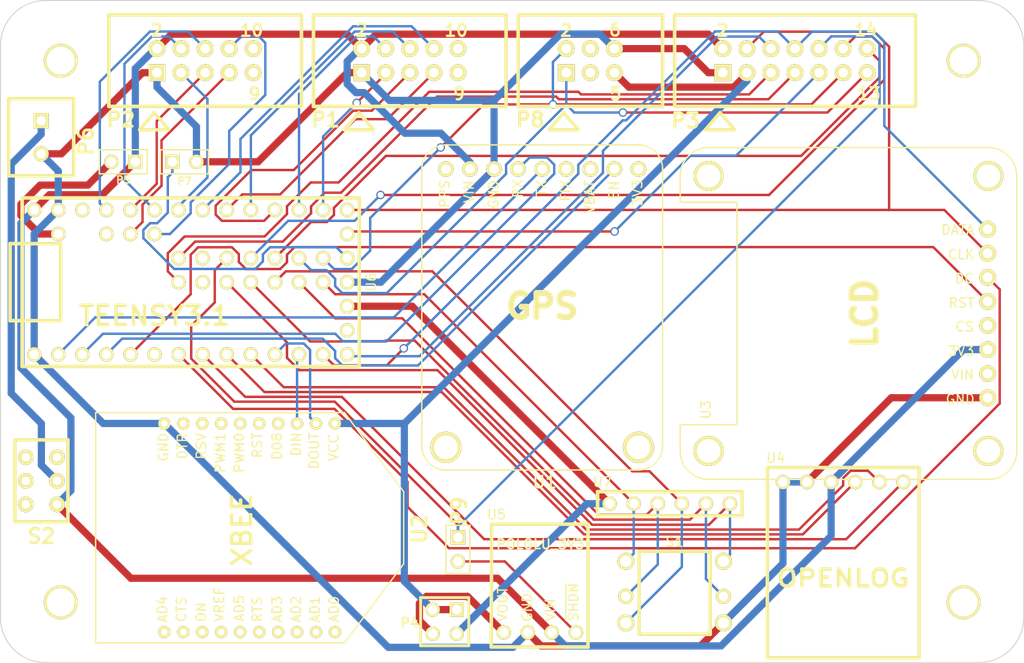
<source format=kicad_pcb>
(kicad_pcb (version 3) (host pcbnew "(2013-jul-07)-stable")

  (general
    (links 83)
    (no_connects 0)
    (area 23.2242 25.349999 133.450801 95.300001)
    (thickness 1.6)
    (drawings 8)
    (tracks 409)
    (zones 0)
    (modules 22)
    (nets 48)
  )

  (page A3)
  (layers
    (15 F.Cu signal)
    (0 B.Cu signal)
    (16 B.Adhes user)
    (17 F.Adhes user)
    (18 B.Paste user)
    (19 F.Paste user)
    (20 B.SilkS user)
    (21 F.SilkS user)
    (22 B.Mask user)
    (23 F.Mask user)
    (24 Dwgs.User user)
    (25 Cmts.User user)
    (26 Eco1.User user)
    (27 Eco2.User user)
    (28 Edge.Cuts user)
  )

  (setup
    (last_trace_width 0.254)
    (trace_clearance 0.254)
    (zone_clearance 0.508)
    (zone_45_only no)
    (trace_min 0.254)
    (segment_width 0.2)
    (edge_width 0.1)
    (via_size 0.889)
    (via_drill 0.635)
    (via_min_size 0.889)
    (via_min_drill 0.508)
    (uvia_size 0.508)
    (uvia_drill 0.127)
    (uvias_allowed no)
    (uvia_min_size 0.508)
    (uvia_min_drill 0.127)
    (pcb_text_width 0.3)
    (pcb_text_size 1.5 1.5)
    (mod_edge_width 0.15)
    (mod_text_size 1 1)
    (mod_text_width 0.15)
    (pad_size 3.556 3.556)
    (pad_drill 2.9464)
    (pad_to_mask_clearance 0)
    (aux_axis_origin 0 0)
    (visible_elements FFFFFFBF)
    (pcbplotparams
      (layerselection 3178497)
      (usegerberextensions true)
      (excludeedgelayer true)
      (linewidth 0.150000)
      (plotframeref false)
      (viasonmask false)
      (mode 1)
      (useauxorigin false)
      (hpglpennumber 1)
      (hpglpenspeed 20)
      (hpglpendiameter 15)
      (hpglpenoverlay 2)
      (psnegative false)
      (psa4output false)
      (plotreference true)
      (plotvalue true)
      (plotothertext true)
      (plotinvisibletext false)
      (padsonsilk false)
      (subtractmaskfromsilk false)
      (outputformat 1)
      (mirror false)
      (drillshape 1)
      (scaleselection 1)
      (outputdirectory ""))
  )

  (net 0 "")
  (net 1 /3V3)
  (net 2 /3V3_REG)
  (net 3 /3V3_REG_SHDN)
  (net 4 /3V3_TNSY)
  (net 5 /5V)
  (net 6 /A12)
  (net 7 /A13)
  (net 8 /A14,DAC)
  (net 9 /D29)
  (net 10 /D30)
  (net 11 /D31)
  (net 12 /D32)
  (net 13 /D33)
  (net 14 /GPS_EN)
  (net 15 /GPS_RX)
  (net 16 /GPS_TX)
  (net 17 /JOY_A)
  (net 18 /JOY_B)
  (net 19 /JOY_C)
  (net 20 /JOY_CENT)
  (net 21 /JOY_D)
  (net 22 /LCD_CS)
  (net 23 /LCD_DC)
  (net 24 /LOG_GRN)
  (net 25 /LOG_RXI)
  (net 26 /LOG_TXO)
  (net 27 /MISO)
  (net 28 /MOSI)
  (net 29 /OP1_A)
  (net 30 /OP1_B)
  (net 31 /OP1_C)
  (net 32 /OP1_D)
  (net 33 /OP1_E)
  (net 34 /OP1_F)
  (net 35 /OP2_A)
  (net 36 /OP2_B)
  (net 37 /OP2_C)
  (net 38 /OP2_D)
  (net 39 /OP2_E)
  (net 40 /OP2_F)
  (net 41 /PROG)
  (net 42 /SCK)
  (net 43 /VBUS)
  (net 44 /XBEE_DIN)
  (net 45 /XBEE_DOUT)
  (net 46 GND)
  (net 47 N-0000052)

  (net_class Default "This is the default net class."
    (clearance 0.254)
    (trace_width 0.254)
    (via_dia 0.889)
    (via_drill 0.635)
    (uvia_dia 0.508)
    (uvia_drill 0.127)
    (add_net "")
    (add_net /3V3_REG_SHDN)
    (add_net /A12)
    (add_net /A13)
    (add_net /A14,DAC)
    (add_net /D29)
    (add_net /D30)
    (add_net /D31)
    (add_net /D32)
    (add_net /D33)
    (add_net /GPS_EN)
    (add_net /GPS_RX)
    (add_net /GPS_TX)
    (add_net /JOY_A)
    (add_net /JOY_B)
    (add_net /JOY_C)
    (add_net /JOY_CENT)
    (add_net /JOY_D)
    (add_net /LCD_CS)
    (add_net /LCD_DC)
    (add_net /LOG_GRN)
    (add_net /LOG_RXI)
    (add_net /LOG_TXO)
    (add_net /MISO)
    (add_net /MOSI)
    (add_net /OP1_A)
    (add_net /OP1_B)
    (add_net /OP1_C)
    (add_net /OP1_D)
    (add_net /OP1_E)
    (add_net /OP1_F)
    (add_net /OP2_A)
    (add_net /OP2_B)
    (add_net /OP2_C)
    (add_net /OP2_D)
    (add_net /OP2_E)
    (add_net /OP2_F)
    (add_net /PROG)
    (add_net /SCK)
    (add_net /XBEE_DIN)
    (add_net /XBEE_DOUT)
  )

  (net_class Pwr ""
    (clearance 0.254)
    (trace_width 0.762)
    (via_dia 0.889)
    (via_drill 0.635)
    (uvia_dia 0.508)
    (uvia_drill 0.127)
    (add_net /3V3)
    (add_net /3V3_REG)
    (add_net /3V3_TNSY)
    (add_net /5V)
    (add_net /VBUS)
    (add_net GND)
    (add_net N-0000052)
  )

  (module XBEE (layer F.Cu) (tedit 546ABBA3) (tstamp 546A8FA0)
    (at 51.689 81.026 270)
    (path /54598AE0)
    (fp_text reference U2 (at 0.127 -17.907 270) (layer F.SilkS)
      (effects (font (size 1.524 1.524) (thickness 0.3048)))
    )
    (fp_text value XBEE (at 0.2286 0.8128 270) (layer F.SilkS)
      (effects (font (size 2.032 2.032) (thickness 0.381)))
    )
    (fp_text user AD4 (at 8.6 9.2 270) (layer F.SilkS)
      (effects (font (size 1 1) (thickness 0.15)))
    )
    (fp_text user CTS (at 8.6 7.2 270) (layer F.SilkS)
      (effects (font (size 1 1) (thickness 0.15)))
    )
    (fp_text user ON (at 8.9 5.1 270) (layer F.SilkS)
      (effects (font (size 1 1) (thickness 0.15)))
    )
    (fp_text user VREF (at 8.1 3.2 270) (layer F.SilkS)
      (effects (font (size 1 1) (thickness 0.15)))
    )
    (fp_text user AD5 (at 8.5 1.1 270) (layer F.SilkS)
      (effects (font (size 1 1) (thickness 0.15)))
    )
    (fp_text user RTS (at 8.6 -0.8 270) (layer F.SilkS)
      (effects (font (size 1 1) (thickness 0.15)))
    )
    (fp_text user AD3 (at 8.6 -2.9 270) (layer F.SilkS)
      (effects (font (size 1 1) (thickness 0.15)))
    )
    (fp_text user AD2 (at 8.6 -4.9 270) (layer F.SilkS)
      (effects (font (size 1 1) (thickness 0.15)))
    )
    (fp_text user AD1 (at 8.6 -6.9 270) (layer F.SilkS)
      (effects (font (size 1 1) (thickness 0.15)))
    )
    (fp_text user AD0 (at 8.6 -8.9 270) (layer F.SilkS)
      (effects (font (size 1 1) (thickness 0.15)))
    )
    (fp_text user GND (at -8.5 9.1 270) (layer F.SilkS)
      (effects (font (size 1 1) (thickness 0.15)))
    )
    (fp_text user DTR (at -8.6 7.1 270) (layer F.SilkS)
      (effects (font (size 1 1) (thickness 0.15)))
    )
    (fp_text user RSV (at -8.6 5.1 270) (layer F.SilkS)
      (effects (font (size 1 1) (thickness 0.15)))
    )
    (fp_text user PWM1 (at -7.9 3.1 270) (layer F.SilkS)
      (effects (font (size 1 1) (thickness 0.15)))
    )
    (fp_text user PWM0 (at -7.9 1.1 270) (layer F.SilkS)
      (effects (font (size 1 1) (thickness 0.15)))
    )
    (fp_text user RST (at -8.7 -0.8 270) (layer F.SilkS)
      (effects (font (size 1 1) (thickness 0.15)))
    )
    (fp_text user D08 (at -8.6 -2.9 270) (layer F.SilkS)
      (effects (font (size 1 1) (thickness 0.15)))
    )
    (fp_text user DIN (at -8.8 -4.9 270) (layer F.SilkS)
      (effects (font (size 1 1) (thickness 0.15)))
    )
    (fp_text user DOUT (at -8.1 -6.8 270) (layer F.SilkS)
      (effects (font (size 1 1) (thickness 0.15)))
    )
    (fp_text user VCC (at -8.45 -8.85 270) (layer F.SilkS)
      (effects (font (size 1 1) (thickness 0.15)))
    )
    (fp_line (start 3.8 -16.25) (end 12.15 -10) (layer F.SilkS) (width 0.15))
    (fp_line (start -12.15 -10) (end -3.8 -16.25) (layer F.SilkS) (width 0.15))
    (fp_line (start -3.8 -16.25) (end 3.8 -16.25) (layer F.SilkS) (width 0.15))
    (fp_line (start -12.15 16.25) (end -12.15 -10) (layer F.SilkS) (width 0.15))
    (fp_line (start -12.15 16.25) (end 12.15 16.25) (layer F.SilkS) (width 0.15))
    (fp_line (start 12.15 16.25) (end 12.15 -10) (layer F.SilkS) (width 0.15))
    (pad 1 thru_hole circle (at -11 -9 270) (size 1.3 1.3) (drill 0.7)
      (layers *.Cu *.Mask F.SilkS)
      (net 1 /3V3)
    )
    (pad 2 thru_hole circle (at -11 -7 270) (size 1.3 1.3) (drill 0.7)
      (layers *.Cu *.Mask F.SilkS)
      (net 45 /XBEE_DOUT)
    )
    (pad 3 thru_hole circle (at -11 -5 270) (size 1.3 1.3) (drill 0.7)
      (layers *.Cu *.Mask F.SilkS)
      (net 44 /XBEE_DIN)
    )
    (pad 4 thru_hole circle (at -11 -3 270) (size 1.3 1.3) (drill 0.7)
      (layers *.Cu *.Mask F.SilkS)
    )
    (pad 5 thru_hole circle (at -11 -1 270) (size 1.3 1.3) (drill 0.7)
      (layers *.Cu *.Mask F.SilkS)
    )
    (pad 6 thru_hole circle (at -11 1 270) (size 1.3 1.3) (drill 0.7)
      (layers *.Cu *.Mask F.SilkS)
    )
    (pad 7 thru_hole circle (at -11 3 270) (size 1.3 1.3) (drill 0.7)
      (layers *.Cu *.Mask F.SilkS)
    )
    (pad 8 thru_hole circle (at -11 5 270) (size 1.3 1.3) (drill 0.7)
      (layers *.Cu *.Mask F.SilkS)
    )
    (pad 9 thru_hole circle (at -11 7 270) (size 1.3 1.3) (drill 0.7)
      (layers *.Cu *.Mask F.SilkS)
    )
    (pad 10 thru_hole circle (at -11 9 270) (size 1.3 1.3) (drill 0.7)
      (layers *.Cu *.Mask F.SilkS)
      (net 46 GND)
    )
    (pad 11 thru_hole circle (at 11 9 270) (size 1.3 1.3) (drill 0.7)
      (layers *.Cu *.Mask F.SilkS)
    )
    (pad 12 thru_hole circle (at 11 7 270) (size 1.3 1.3) (drill 0.7)
      (layers *.Cu *.Mask F.SilkS)
    )
    (pad 13 thru_hole circle (at 11 5 270) (size 1.3 1.3) (drill 0.7)
      (layers *.Cu *.Mask F.SilkS)
    )
    (pad 14 thru_hole circle (at 11 3 270) (size 1.3 1.3) (drill 0.7)
      (layers *.Cu *.Mask F.SilkS)
    )
    (pad 15 thru_hole circle (at 11 1 270) (size 1.3 1.3) (drill 0.7)
      (layers *.Cu *.Mask F.SilkS)
    )
    (pad 16 thru_hole circle (at 11 -1 270) (size 1.3 1.3) (drill 0.7)
      (layers *.Cu *.Mask F.SilkS)
    )
    (pad 17 thru_hole circle (at 11 -3 270) (size 1.3 1.3) (drill 0.7)
      (layers *.Cu *.Mask F.SilkS)
    )
    (pad 18 thru_hole circle (at 11 -5 270) (size 1.3 1.3) (drill 0.7)
      (layers *.Cu *.Mask F.SilkS)
    )
    (pad 19 thru_hole circle (at 11 -7 270) (size 1.3 1.3) (drill 0.7)
      (layers *.Cu *.Mask F.SilkS)
    )
    (pad 20 thru_hole circle (at 11 -9 270) (size 1.3 1.3) (drill 0.7)
      (layers *.Cu *.Mask F.SilkS)
    )
  )

  (module TEENSY3X (layer F.Cu) (tedit 546A95AA) (tstamp 546A8FE1)
    (at 45.466 55.118 90)
    (path /544FEAE9)
    (fp_text reference U6 (at 0 19.05 90) (layer F.SilkS)
      (effects (font (size 1 1) (thickness 0.15)))
    )
    (fp_text value TEENSY3.1 (at -3.556 -3.81 180) (layer F.SilkS)
      (effects (font (size 2.032 2.032) (thickness 0.381)))
    )
    (fp_line (start -4.064 -17.78) (end -4.064 -13.716) (layer F.SilkS) (width 0.381))
    (fp_line (start -4.064 -13.716) (end 4.064 -13.716) (layer F.SilkS) (width 0.381))
    (fp_line (start 4.064 -13.716) (end 4.064 -17.78) (layer F.SilkS) (width 0.381))
    (fp_line (start 4.064 -17.78) (end 4.064 -19.05) (layer F.SilkS) (width 0.381))
    (fp_line (start 4.064 -19.05) (end -4.064 -19.05) (layer F.SilkS) (width 0.381))
    (fp_line (start -4.064 -19.05) (end -4.064 -17.78) (layer F.SilkS) (width 0.381))
    (fp_line (start -8.89 -17.78) (end -8.89 17.78) (layer F.SilkS) (width 0.381))
    (fp_line (start -8.89 17.78) (end 8.89 17.78) (layer F.SilkS) (width 0.381))
    (fp_line (start 8.89 17.78) (end 8.89 -17.78) (layer F.SilkS) (width 0.381))
    (fp_line (start 8.89 -17.78) (end -8.89 -17.78) (layer F.SilkS) (width 0.381))
    (pad 1 thru_hole circle (at -7.62 -16.51 90) (size 1.524 1.524) (drill 1.016)
      (layers *.Cu *.Mask F.SilkS)
      (net 46 GND)
    )
    (pad 2 thru_hole circle (at -7.62 -13.97 90) (size 1.524 1.524) (drill 1.016)
      (layers *.Cu *.Mask F.SilkS)
      (net 16 /GPS_TX)
    )
    (pad 3 thru_hole circle (at -7.62 -11.43 90) (size 1.524 1.524) (drill 1.016)
      (layers *.Cu *.Mask F.SilkS)
      (net 15 /GPS_RX)
    )
    (pad 4 thru_hole circle (at -7.62 -8.89 90) (size 1.524 1.524) (drill 1.016)
      (layers *.Cu *.Mask F.SilkS)
      (net 14 /GPS_EN)
    )
    (pad 5 thru_hole circle (at -7.62 -6.35 90) (size 1.524 1.524) (drill 1.016)
      (layers *.Cu *.Mask F.SilkS)
      (net 22 /LCD_CS)
    )
    (pad 6 thru_hole circle (at -7.62 -3.81 90) (size 1.524 1.524) (drill 1.016)
      (layers *.Cu *.Mask F.SilkS)
    )
    (pad 7 thru_hole circle (at -7.62 -1.27 90) (size 1.524 1.524) (drill 1.016)
      (layers *.Cu *.Mask F.SilkS)
      (net 23 /LCD_DC)
    )
    (pad 8 thru_hole circle (at -7.62 1.27 90) (size 1.524 1.524) (drill 1.016)
      (layers *.Cu *.Mask F.SilkS)
      (net 24 /LOG_GRN)
    )
    (pad 9 thru_hole circle (at -7.62 3.81 90) (size 1.524 1.524) (drill 1.016)
      (layers *.Cu *.Mask F.SilkS)
      (net 26 /LOG_TXO)
    )
    (pad 10 thru_hole circle (at -7.62 6.35 90) (size 1.524 1.524) (drill 1.016)
      (layers *.Cu *.Mask F.SilkS)
      (net 25 /LOG_RXI)
    )
    (pad 11 thru_hole circle (at -7.62 8.89 90) (size 1.524 1.524) (drill 1.016)
      (layers *.Cu *.Mask F.SilkS)
      (net 45 /XBEE_DOUT)
    )
    (pad 12 thru_hole circle (at -7.62 11.43 90) (size 1.524 1.524) (drill 1.016)
      (layers *.Cu *.Mask F.SilkS)
      (net 44 /XBEE_DIN)
    )
    (pad 13 thru_hole circle (at -7.62 13.97 90) (size 1.524 1.524) (drill 1.016)
      (layers *.Cu *.Mask F.SilkS)
      (net 28 /MOSI)
    )
    (pad 14 thru_hole circle (at -7.62 16.51 90) (size 1.524 1.524) (drill 1.016)
      (layers *.Cu *.Mask F.SilkS)
      (net 27 /MISO)
    )
    (pad 15 thru_hole circle (at -5.08 16.51 90) (size 1.524 1.524) (drill 1.016)
      (layers *.Cu *.Mask F.SilkS)
    )
    (pad 16 thru_hole circle (at -2.54 16.51 90) (size 1.524 1.524) (drill 1.016)
      (layers *.Cu *.Mask F.SilkS)
      (net 4 /3V3_TNSY)
    )
    (pad 17 thru_hole circle (at 0 16.51 90) (size 1.524 1.524) (drill 1.016)
      (layers *.Cu *.Mask F.SilkS)
      (net 46 GND)
    )
    (pad 18 thru_hole circle (at 2.54 16.51 90) (size 1.524 1.524) (drill 1.016)
      (layers *.Cu *.Mask F.SilkS)
      (net 41 /PROG)
    )
    (pad 19 thru_hole circle (at 5.08 16.51 90) (size 1.524 1.524) (drill 1.016)
      (layers *.Cu *.Mask F.SilkS)
      (net 8 /A14,DAC)
    )
    (pad 20 thru_hole circle (at 7.62 16.51 90) (size 1.524 1.524) (drill 1.016)
      (layers *.Cu *.Mask F.SilkS)
      (net 42 /SCK)
    )
    (pad 21 thru_hole circle (at 7.62 13.97 90) (size 1.524 1.524) (drill 1.016)
      (layers *.Cu *.Mask F.SilkS)
      (net 29 /OP1_A)
    )
    (pad 22 thru_hole circle (at 7.62 11.43 90) (size 1.524 1.524) (drill 1.016)
      (layers *.Cu *.Mask F.SilkS)
      (net 35 /OP2_A)
    )
    (pad 23 thru_hole circle (at 7.62 8.89 90) (size 1.524 1.524) (drill 1.016)
      (layers *.Cu *.Mask F.SilkS)
      (net 30 /OP1_B)
    )
    (pad 24 thru_hole circle (at 7.62 6.35 90) (size 1.524 1.524) (drill 1.016)
      (layers *.Cu *.Mask F.SilkS)
      (net 36 /OP2_B)
    )
    (pad 25 thru_hole circle (at 7.62 3.81 90) (size 1.524 1.524) (drill 1.016)
      (layers *.Cu *.Mask F.SilkS)
      (net 31 /OP1_C)
    )
    (pad 26 thru_hole circle (at 7.62 1.27 90) (size 1.524 1.524) (drill 1.016)
      (layers *.Cu *.Mask F.SilkS)
      (net 37 /OP2_C)
    )
    (pad 27 thru_hole circle (at 7.62 -1.27 90) (size 1.524 1.524) (drill 1.016)
      (layers *.Cu *.Mask F.SilkS)
      (net 32 /OP1_D)
    )
    (pad 28 thru_hole circle (at 7.62 -3.81 90) (size 1.524 1.524) (drill 1.016)
      (layers *.Cu *.Mask F.SilkS)
      (net 38 /OP2_D)
    )
    (pad 29 thru_hole circle (at 7.62 -6.35 90) (size 1.524 1.524) (drill 1.016)
      (layers *.Cu *.Mask F.SilkS)
      (net 33 /OP1_E)
    )
    (pad 30 thru_hole circle (at 7.62 -8.89 90) (size 1.524 1.524) (drill 1.016)
      (layers *.Cu *.Mask F.SilkS)
      (net 39 /OP2_E)
    )
    (pad 31 thru_hole circle (at 7.62 -11.43 90) (size 1.524 1.524) (drill 1.016)
      (layers *.Cu *.Mask F.SilkS)
    )
    (pad 32 thru_hole circle (at 7.62 -13.97 90) (size 1.524 1.524) (drill 1.016)
      (layers *.Cu *.Mask F.SilkS)
      (net 46 GND)
    )
    (pad 33 thru_hole circle (at 7.62 -16.51 90) (size 1.524 1.524) (drill 1.016)
      (layers *.Cu *.Mask F.SilkS)
      (net 5 /5V)
    )
    (pad 34 thru_hole circle (at 0 -1.27 90) (size 1.524 1.524) (drill 1.016)
      (layers *.Cu *.Mask F.SilkS)
      (net 6 /A12)
    )
    (pad 35 thru_hole circle (at 0 1.27 90) (size 1.524 1.524) (drill 1.016)
      (layers *.Cu *.Mask F.SilkS)
    )
    (pad 36 thru_hole circle (at 0 3.81 90) (size 1.524 1.524) (drill 1.016)
      (layers *.Cu *.Mask F.SilkS)
      (net 20 /JOY_CENT)
    )
    (pad 37 thru_hole circle (at 0 6.35 90) (size 1.524 1.524) (drill 1.016)
      (layers *.Cu *.Mask F.SilkS)
      (net 21 /JOY_D)
    )
    (pad 38 thru_hole circle (at 0 8.89 90) (size 1.524 1.524) (drill 1.016)
      (layers *.Cu *.Mask F.SilkS)
      (net 19 /JOY_C)
    )
    (pad 39 thru_hole circle (at 0 11.43 90) (size 1.524 1.524) (drill 1.016)
      (layers *.Cu *.Mask F.SilkS)
      (net 18 /JOY_B)
    )
    (pad 40 thru_hole circle (at 0 13.97 90) (size 1.524 1.524) (drill 1.016)
      (layers *.Cu *.Mask F.SilkS)
      (net 17 /JOY_A)
    )
    (pad 41 thru_hole circle (at 2.54 13.97 90) (size 1.524 1.524) (drill 1.016)
      (layers *.Cu *.Mask F.SilkS)
      (net 9 /D29)
    )
    (pad 42 thru_hole circle (at 2.54 11.43 90) (size 1.524 1.524) (drill 1.016)
      (layers *.Cu *.Mask F.SilkS)
      (net 10 /D30)
    )
    (pad 43 thru_hole circle (at 2.54 8.89 90) (size 1.524 1.524) (drill 1.016)
      (layers *.Cu *.Mask F.SilkS)
      (net 11 /D31)
    )
    (pad 44 thru_hole circle (at 2.54 6.35 90) (size 1.524 1.524) (drill 1.016)
      (layers *.Cu *.Mask F.SilkS)
      (net 12 /D32)
    )
    (pad 45 thru_hole circle (at 2.54 3.81 90) (size 1.524 1.524) (drill 1.016)
      (layers *.Cu *.Mask F.SilkS)
      (net 13 /D33)
    )
    (pad 46 thru_hole circle (at 2.54 1.27 90) (size 1.524 1.524) (drill 1.016)
      (layers *.Cu *.Mask F.SilkS)
    )
    (pad 47 thru_hole circle (at 2.54 -1.27 90) (size 1.524 1.524) (drill 1.016)
      (layers *.Cu *.Mask F.SilkS)
      (net 7 /A13)
    )
    (pad 48 thru_hole circle (at 5.08 -3.81 90) (size 1.524 1.524) (drill 1.016)
      (layers *.Cu *.Mask F.SilkS)
      (net 40 /OP2_F)
    )
    (pad 49 thru_hole circle (at 5.08 -6.35 90) (size 1.524 1.524) (drill 1.016)
      (layers *.Cu *.Mask F.SilkS)
      (net 34 /OP1_F)
    )
    (pad 50 thru_hole circle (at 5.08 -8.89 90) (size 1.524 1.524) (drill 1.016)
      (layers *.Cu *.Mask F.SilkS)
    )
    (pad 51 thru_hole circle (at 5.08 -13.97 90) (size 1.524 1.524) (drill 1.016)
      (layers *.Cu *.Mask F.SilkS)
      (net 43 /VBUS)
    )
  )

  (module R5_BUSSED (layer F.Cu) (tedit 546AA3FC) (tstamp 546A8FEF)
    (at 96.012 78.486)
    (path /545AE77F)
    (fp_text reference U7 (at -7.112 -2.286) (layer F.SilkS)
      (effects (font (size 1 1) (thickness 0.15)))
    )
    (fp_text value R5_BUSSED (at 0 2.54) (layer F.SilkS) hide
      (effects (font (size 1 1) (thickness 0.15)))
    )
    (fp_line (start -7.62 -1.27) (end -7.62 1.27) (layer F.SilkS) (width 0.381))
    (fp_line (start -7.62 1.27) (end 7.62 1.27) (layer F.SilkS) (width 0.381))
    (fp_line (start 7.62 1.27) (end 7.62 -1.27) (layer F.SilkS) (width 0.381))
    (fp_line (start 7.62 -1.27) (end -7.62 -1.27) (layer F.SilkS) (width 0.381))
    (pad 1 thru_hole circle (at -6.35 0) (size 1.524 1.524) (drill 1.016)
      (layers *.Cu *.Mask F.SilkS)
      (net 4 /3V3_TNSY)
    )
    (pad 2 thru_hole circle (at -3.81 0) (size 1.524 1.524) (drill 1.016)
      (layers *.Cu *.Mask F.SilkS)
      (net 17 /JOY_A)
    )
    (pad 3 thru_hole circle (at -1.27 0) (size 1.524 1.524) (drill 1.016)
      (layers *.Cu *.Mask F.SilkS)
      (net 18 /JOY_B)
    )
    (pad 4 thru_hole circle (at 1.27 0) (size 1.524 1.524) (drill 1.016)
      (layers *.Cu *.Mask F.SilkS)
      (net 19 /JOY_C)
    )
    (pad 5 thru_hole circle (at 3.81 0) (size 1.524 1.524) (drill 1.016)
      (layers *.Cu *.Mask F.SilkS)
      (net 21 /JOY_D)
    )
    (pad 6 thru_hole circle (at 6.35 0) (size 1.524 1.524) (drill 1.016)
      (layers *.Cu *.Mask F.SilkS)
      (net 20 /JOY_CENT)
    )
  )

  (module POLOLU_3V3 (layer F.Cu) (tedit 546A96B5) (tstamp 546A8FFF)
    (at 82.296 92.075 180)
    (path /54691FDF)
    (fp_text reference U5 (at 4.572 12.446 180) (layer F.SilkS)
      (effects (font (size 1 1) (thickness 0.15)))
    )
    (fp_text value POLOLU_3V3 (at -0.0508 9.3218 180) (layer F.SilkS)
      (effects (font (size 1 1) (thickness 0.1778)))
    )
    (fp_text user VOUT (at 3.9116 2.9972 270) (layer F.SilkS)
      (effects (font (size 1 1) (thickness 0.15)))
    )
    (fp_text user GND (at 1.3208 2.6416 270) (layer F.SilkS)
      (effects (font (size 1 1) (thickness 0.15)))
    )
    (fp_text user VIN (at -1.1176 2.3876 270) (layer F.SilkS)
      (effects (font (size 1 1) (thickness 0.15)))
    )
    (fp_text user ~SHDN (at -3.556 3.2004 270) (layer F.SilkS)
      (effects (font (size 1 1) (thickness 0.15)))
    )
    (fp_line (start -5.08 -1.524) (end -5.08 11.43) (layer F.SilkS) (width 0.381))
    (fp_line (start 5.1308 -1.524) (end 5.08 11.43) (layer F.SilkS) (width 0.381))
    (fp_line (start -5.08 -1.524) (end 5.08 -1.524) (layer F.SilkS) (width 0.381))
    (fp_line (start -5.08 11.43) (end 5.08 11.43) (layer F.SilkS) (width 0.381))
    (pad 1 thru_hole circle (at -3.81 0 180) (size 1.524 1.524) (drill 1.016)
      (layers *.Cu *.Mask F.SilkS)
      (net 3 /3V3_REG_SHDN)
    )
    (pad 2 thru_hole circle (at -1.27 0 180) (size 1.524 1.524) (drill 1.016)
      (layers *.Cu *.Mask F.SilkS)
      (net 5 /5V)
    )
    (pad 3 thru_hole circle (at 1.27 0 180) (size 1.524 1.524) (drill 1.016)
      (layers *.Cu *.Mask F.SilkS)
      (net 46 GND)
    )
    (pad 4 thru_hole circle (at 3.81 0 180) (size 1.524 1.524) (drill 1.016)
      (layers *.Cu *.Mask F.SilkS)
      (net 2 /3V3_REG)
    )
  )

  (module PIN_ARRAY_2X2 (layer F.Cu) (tedit 546ABB70) (tstamp 546A900B)
    (at 72.263 90.932 180)
    (descr "Double rangee de contacts 2 x 2 pins")
    (tags CONN)
    (path /54598C0D)
    (fp_text reference P4 (at 3.683 -0.127 180) (layer F.SilkS)
      (effects (font (size 1.016 1.016) (thickness 0.2032)))
    )
    (fp_text value CONN_2X2 (at 0 3.048 180) (layer F.SilkS) hide
      (effects (font (size 1.016 1.016) (thickness 0.2032)))
    )
    (fp_line (start -2.54 -2.54) (end 2.54 -2.54) (layer F.SilkS) (width 0.3048))
    (fp_line (start 2.54 -2.54) (end 2.54 2.54) (layer F.SilkS) (width 0.3048))
    (fp_line (start 2.54 2.54) (end -2.54 2.54) (layer F.SilkS) (width 0.3048))
    (fp_line (start -2.54 2.54) (end -2.54 -2.54) (layer F.SilkS) (width 0.3048))
    (pad 1 thru_hole rect (at -1.27 1.27 180) (size 1.524 1.524) (drill 1.016)
      (layers *.Cu *.Mask F.SilkS)
      (net 1 /3V3)
    )
    (pad 2 thru_hole circle (at -1.27 -1.27 180) (size 1.524 1.524) (drill 1.016)
      (layers *.Cu *.Mask F.SilkS)
      (net 4 /3V3_TNSY)
    )
    (pad 3 thru_hole circle (at 1.27 1.27 180) (size 1.524 1.524) (drill 1.016)
      (layers *.Cu *.Mask F.SilkS)
      (net 1 /3V3)
    )
    (pad 4 thru_hole circle (at 1.27 -1.27 180) (size 1.524 1.524) (drill 1.016)
      (layers *.Cu *.Mask F.SilkS)
      (net 2 /3V3_REG)
    )
    (model pin_array/pins_array_2x2.wrl
      (at (xyz 0 0 0))
      (scale (xyz 1 1 1))
      (rotate (xyz 0 0 0))
    )
  )

  (module PIN_ARRAY_2X1 (layer F.Cu) (tedit 546ABB1F) (tstamp 546A9015)
    (at 44.8056 42.418)
    (descr "Connecteurs 2 pins")
    (tags "CONN DEV")
    (path /5459653D)
    (fp_text reference P7 (at 0.0254 2.032) (layer F.SilkS)
      (effects (font (size 0.762 0.762) (thickness 0.1524)))
    )
    (fp_text value CONN_2 (at 0 -1.905) (layer F.SilkS) hide
      (effects (font (size 0.762 0.762) (thickness 0.1524)))
    )
    (fp_line (start -2.54 1.27) (end -2.54 -1.27) (layer F.SilkS) (width 0.1524))
    (fp_line (start -2.54 -1.27) (end 2.54 -1.27) (layer F.SilkS) (width 0.1524))
    (fp_line (start 2.54 -1.27) (end 2.54 1.27) (layer F.SilkS) (width 0.1524))
    (fp_line (start 2.54 1.27) (end -2.54 1.27) (layer F.SilkS) (width 0.1524))
    (pad 1 thru_hole rect (at -1.27 0) (size 1.524 1.524) (drill 1.016)
      (layers *.Cu *.Mask F.SilkS)
      (net 41 /PROG)
    )
    (pad 2 thru_hole circle (at 1.27 0) (size 1.524 1.524) (drill 1.016)
      (layers *.Cu *.Mask F.SilkS)
      (net 46 GND)
    )
    (model pin_array/pins_array_2x1.wrl
      (at (xyz 0 0 0))
      (scale (xyz 1 1 1))
      (rotate (xyz 0 0 0))
    )
  )

  (module PIN_ARRAY_2X1 (layer F.Cu) (tedit 4565C520) (tstamp 546A901F)
    (at 38.354 42.418 180)
    (descr "Connecteurs 2 pins")
    (tags "CONN DEV")
    (path /54598B6C)
    (fp_text reference P5 (at 0 -1.905 180) (layer F.SilkS)
      (effects (font (size 0.762 0.762) (thickness 0.1524)))
    )
    (fp_text value CONN_2 (at 0 -1.905 180) (layer F.SilkS) hide
      (effects (font (size 0.762 0.762) (thickness 0.1524)))
    )
    (fp_line (start -2.54 1.27) (end -2.54 -1.27) (layer F.SilkS) (width 0.1524))
    (fp_line (start -2.54 -1.27) (end 2.54 -1.27) (layer F.SilkS) (width 0.1524))
    (fp_line (start 2.54 -1.27) (end 2.54 1.27) (layer F.SilkS) (width 0.1524))
    (fp_line (start 2.54 1.27) (end -2.54 1.27) (layer F.SilkS) (width 0.1524))
    (pad 1 thru_hole rect (at -1.27 0 180) (size 1.524 1.524) (drill 1.016)
      (layers *.Cu *.Mask F.SilkS)
      (net 5 /5V)
    )
    (pad 2 thru_hole circle (at 1.27 0 180) (size 1.524 1.524) (drill 1.016)
      (layers *.Cu *.Mask F.SilkS)
      (net 43 /VBUS)
    )
    (model pin_array/pins_array_2x1.wrl
      (at (xyz 0 0 0))
      (scale (xyz 1 1 1))
      (rotate (xyz 0 0 0))
    )
  )

  (module PIN_ARRAY_2X1 (layer F.Cu) (tedit 546ABB8D) (tstamp 546A9029)
    (at 73.66 83.312 270)
    (descr "Connecteurs 2 pins")
    (tags "CONN DEV")
    (path /54692263)
    (fp_text reference P9 (at -4.064 -0.127 270) (layer F.SilkS)
      (effects (font (size 1.524 1.524) (thickness 0.3048)))
    )
    (fp_text value CONN_2 (at 0 -1.905 270) (layer F.SilkS) hide
      (effects (font (size 0.762 0.762) (thickness 0.1524)))
    )
    (fp_line (start -2.54 1.27) (end -2.54 -1.27) (layer F.SilkS) (width 0.1524))
    (fp_line (start -2.54 -1.27) (end 2.54 -1.27) (layer F.SilkS) (width 0.1524))
    (fp_line (start 2.54 -1.27) (end 2.54 1.27) (layer F.SilkS) (width 0.1524))
    (fp_line (start 2.54 1.27) (end -2.54 1.27) (layer F.SilkS) (width 0.1524))
    (pad 1 thru_hole rect (at -1.27 0 270) (size 1.524 1.524) (drill 1.016)
      (layers *.Cu *.Mask F.SilkS)
      (net 13 /D33)
    )
    (pad 2 thru_hole circle (at 1.27 0 270) (size 1.524 1.524) (drill 1.016)
      (layers *.Cu *.Mask F.SilkS)
      (net 3 /3V3_REG_SHDN)
    )
    (model pin_array/pins_array_2x1.wrl
      (at (xyz 0 0 0))
      (scale (xyz 1 1 1))
      (rotate (xyz 0 0 0))
    )
  )

  (module OPENLOG (layer F.Cu) (tedit 546A9583) (tstamp 546A9038)
    (at 114.3 76.2)
    (path /546A4514)
    (fp_text reference U4 (at -7.112 -2.54) (layer F.SilkS)
      (effects (font (size 1 1) (thickness 0.15)))
    )
    (fp_text value OPENLOG (at 0 10.16) (layer F.SilkS)
      (effects (font (size 1.778 2.032) (thickness 0.381)))
    )
    (fp_line (start -8.001 -1.524) (end 8.001 -1.524) (layer F.SilkS) (width 0.381))
    (fp_line (start -8.001 18.542) (end 8.001 18.542) (layer F.SilkS) (width 0.381))
    (fp_line (start 8.001 -1.524) (end 8.001 18.415) (layer F.SilkS) (width 0.381))
    (fp_line (start 8.001 18.415) (end 8.001 18.542) (layer F.SilkS) (width 0.381))
    (fp_line (start -8.001 -1.524) (end -8.001 18.542) (layer F.SilkS) (width 0.381))
    (pad 1 thru_hole circle (at -6.35 0) (size 1.524 1.524) (drill 1.016)
      (layers *.Cu *.Mask F.SilkS)
      (net 46 GND)
    )
    (pad 2 thru_hole circle (at -3.81 0) (size 1.524 1.524) (drill 1.016)
      (layers *.Cu *.Mask F.SilkS)
      (net 46 GND)
    )
    (pad 3 thru_hole circle (at -1.27 0) (size 1.524 1.524) (drill 1.016)
      (layers *.Cu *.Mask F.SilkS)
      (net 5 /5V)
    )
    (pad 4 thru_hole circle (at 1.27 0) (size 1.524 1.524) (drill 1.016)
      (layers *.Cu *.Mask F.SilkS)
      (net 26 /LOG_TXO)
    )
    (pad 5 thru_hole circle (at 3.81 0) (size 1.524 1.524) (drill 1.016)
      (layers *.Cu *.Mask F.SilkS)
      (net 25 /LOG_RXI)
    )
    (pad 6 thru_hole circle (at 6.35 0) (size 1.524 1.524) (drill 1.016)
      (layers *.Cu *.Mask F.SilkS)
      (net 24 /LOG_GRN)
    )
  )

  (module JOY_NAV (layer F.Cu) (tedit 546A9520) (tstamp 546A9046)
    (at 96.52 88.265)
    (path /545AC9E5)
    (fp_text reference S1 (at 0 -5.75) (layer F.SilkS)
      (effects (font (size 1 1) (thickness 0.15)))
    )
    (fp_text value JOYSWITCH (at 0 5) (layer F.SilkS) hide
      (effects (font (size 1 1) (thickness 0.15)))
    )
    (fp_line (start 3.75 4) (end 3.75 -4.75) (layer F.SilkS) (width 0.381))
    (fp_line (start -3.75 -4.75) (end -3.75 4) (layer F.SilkS) (width 0.381))
    (fp_line (start -3.75 4) (end 3.75 4) (layer F.SilkS) (width 0.381))
    (fp_line (start -3.75 -4.75) (end 3.75 -4.75) (layer F.SilkS) (width 0.381))
    (pad 2 thru_hole circle (at -5.15 0) (size 1.6 1.6) (drill 1)
      (layers *.Cu *.Mask F.SilkS)
      (net 18 /JOY_B)
    )
    (pad 5 thru_hole circle (at 5.15 0) (size 1.6 1.6) (drill 1)
      (layers *.Cu *.Mask F.SilkS)
      (net 21 /JOY_D)
    )
    (pad 1 thru_hole circle (at -5.15 -3.7) (size 1.8 1.8) (drill 1.2)
      (layers *.Cu *.Mask F.SilkS)
      (net 17 /JOY_A)
    )
    (pad 3 thru_hole circle (at -5.14 2.8) (size 1.8 1.8) (drill 1.2)
      (layers *.Cu *.Mask F.SilkS)
      (net 19 /JOY_C)
    )
    (pad 6 thru_hole circle (at 5.15 -3.7) (size 1.8 1.8) (drill 1.2)
      (layers *.Cu *.Mask F.SilkS)
      (net 20 /JOY_CENT)
    )
    (pad 4 thru_hole circle (at 5.15 2.8) (size 1.8 1.8) (drill 1.2)
      (layers *.Cu *.Mask F.SilkS)
      (net 46 GND)
    )
  )

  (module CK_DPDT (layer F.Cu) (tedit 546ABB5E) (tstamp 546A9062)
    (at 29.718 76.073 180)
    (path /54695057)
    (fp_text reference S2 (at 0 -5.842 180) (layer F.SilkS)
      (effects (font (size 1.524 1.524) (thickness 0.3048)))
    )
    (fp_text value DPDT (at 0.254 5.334 180) (layer F.SilkS) hide
      (effects (font (size 1 1) (thickness 0.15)))
    )
    (fp_line (start 0 -4.318) (end -2.794 -4.318) (layer F.SilkS) (width 0.381))
    (fp_line (start -2.794 -4.318) (end -2.794 4.318) (layer F.SilkS) (width 0.381))
    (fp_line (start -2.794 4.318) (end 2.794 4.318) (layer F.SilkS) (width 0.381))
    (fp_line (start 2.794 4.318) (end 2.794 -4.318) (layer F.SilkS) (width 0.381))
    (fp_line (start 2.794 -4.318) (end 0 -4.318) (layer F.SilkS) (width 0.381))
    (pad 1 thru_hole circle (at -1.651 -2.4892 180) (size 1.651 1.651) (drill 0.889)
      (layers *.Cu *.Mask F.SilkS)
      (net 5 /5V)
    )
    (pad 2 thru_hole circle (at -1.651 0 180) (size 1.651 1.651) (drill 0.889)
      (layers *.Cu *.Mask F.SilkS)
      (net 47 N-0000052)
    )
    (pad 3 thru_hole circle (at -1.651 2.4892 180) (size 1.651 1.651) (drill 0.889)
      (layers *.Cu *.Mask F.SilkS)
    )
    (pad 4 thru_hole circle (at 1.651 2.4892 180) (size 1.651 1.651) (drill 0.889)
      (layers *.Cu *.Mask F.SilkS)
    )
    (pad 5 thru_hole circle (at 1.651 0 180) (size 1.651 1.651) (drill 0.889)
      (layers *.Cu *.Mask F.SilkS)
    )
    (pad 6 thru_hole circle (at 1.651 -2.4892 180) (size 1.651 1.651) (drill 0.889)
      (layers *.Cu *.Mask F.SilkS)
    )
  )

  (module ADAFRUIT_UGPS (layer F.Cu) (tedit 546A94D7) (tstamp 546A9082)
    (at 82.55 43.18 180)
    (path /5450424F)
    (fp_text reference U1 (at -0.254 -33.02 180) (layer F.SilkS)
      (effects (font (size 1.27 1.27) (thickness 0.2032)))
    )
    (fp_text value GPS (at 0 -14.478 180) (layer F.SilkS)
      (effects (font (size 2.54 2.54) (thickness 0.635)))
    )
    (fp_text user PPS (at 10.287 -2.6162 270) (layer F.SilkS)
      (effects (font (size 1 1) (thickness 0.15)))
    )
    (fp_text user VIN (at 7.7216 -2.3876 270) (layer F.SilkS)
      (effects (font (size 1 1) (thickness 0.15)))
    )
    (fp_text user GND (at 5.1308 -2.6924 270) (layer F.SilkS)
      (effects (font (size 1 1) (thickness 0.15)))
    )
    (fp_text user RX (at 2.5654 -2.0828 270) (layer F.SilkS)
      (effects (font (size 1 1) (thickness 0.15)))
    )
    (fp_text user TX (at 0.0762 -2.032 270) (layer F.SilkS)
      (effects (font (size 1 1) (thickness 0.15)))
    )
    (fp_text user FIX (at -2.4638 -2.286 270) (layer F.SilkS)
      (effects (font (size 1 1) (thickness 0.15)))
    )
    (fp_text user VBAT (at -5.0038 -2.9464 270) (layer F.SilkS)
      (effects (font (size 1 1) (thickness 0.15)))
    )
    (fp_text user EN (at -7.5692 -2.2098 270) (layer F.SilkS)
      (effects (font (size 1 1) (thickness 0.15)))
    )
    (fp_text user 3V3 (at -10.0584 -2.5146 270) (layer F.SilkS)
      (effects (font (size 1 1) (thickness 0.15)))
    )
    (fp_arc (start 10.16 0) (end 12.7 0) (angle 90) (layer F.SilkS) (width 0.15))
    (fp_arc (start -10.16 0) (end -10.16 2.54) (angle 90) (layer F.SilkS) (width 0.15))
    (fp_arc (start 10.16 -29.21) (end 10.16 -31.75) (angle 90) (layer F.SilkS) (width 0.15))
    (fp_arc (start -10.16 -29.21) (end -12.7 -29.21) (angle 90) (layer F.SilkS) (width 0.15))
    (fp_line (start -10.16 2.54) (end 10.16 2.54) (layer F.SilkS) (width 0.15))
    (fp_line (start -10.16 -31.75) (end 10.16 -31.75) (layer F.SilkS) (width 0.15))
    (fp_line (start 12.7 -29.21) (end 12.7 0) (layer F.SilkS) (width 0.15))
    (fp_line (start -12.7 -29.21) (end -12.7 0) (layer F.SilkS) (width 0.15))
    (pad 1 thru_hole circle (at -10.16 0 180) (size 1.651 1.651) (drill 1.016)
      (layers *.Cu *.Mask F.SilkS)
    )
    (pad 2 thru_hole circle (at -7.62 0 180) (size 1.651 1.651) (drill 1.016)
      (layers *.Cu *.Mask F.SilkS)
      (net 14 /GPS_EN)
    )
    (pad 3 thru_hole circle (at -5.08 0 180) (size 1.651 1.651) (drill 1.016)
      (layers *.Cu *.Mask F.SilkS)
    )
    (pad 4 thru_hole circle (at -2.54 0 180) (size 1.651 1.651) (drill 1.016)
      (layers *.Cu *.Mask F.SilkS)
    )
    (pad 5 thru_hole circle (at 0 0 180) (size 1.651 1.651) (drill 1.016)
      (layers *.Cu *.Mask F.SilkS)
      (net 16 /GPS_TX)
    )
    (pad 6 thru_hole circle (at 2.54 0 180) (size 1.651 1.651) (drill 1.016)
      (layers *.Cu *.Mask F.SilkS)
      (net 15 /GPS_RX)
    )
    (pad 7 thru_hole circle (at 5.08 0 180) (size 1.651 1.651) (drill 1.016)
      (layers *.Cu *.Mask F.SilkS)
      (net 46 GND)
    )
    (pad 8 thru_hole circle (at 7.62 0 180) (size 1.651 1.651) (drill 1.016)
      (layers *.Cu *.Mask F.SilkS)
      (net 5 /5V)
    )
    (pad "" thru_hole circle (at -10.16 -29.3624 180) (size 3.302 3.302) (drill 2.4892)
      (layers *.Cu *.Mask F.SilkS)
    )
    (pad "" thru_hole circle (at 10.16 -29.3624 180) (size 3.302 3.302) (drill 2.4892)
      (layers *.Cu *.Mask F.SilkS)
    )
    (pad 9 thru_hole circle (at 10.16 0 180) (size 1.651 1.651) (drill 1.016)
      (layers *.Cu *.Mask F.SilkS)
    )
  )

  (module ADAFRUIT_128X64_OLED (layer F.Cu) (tedit 546A94B0) (tstamp 546A90A6)
    (at 129.54 58.42 270)
    (path /5469916D)
    (fp_text reference U3 (at 10.16 29.718 270) (layer F.SilkS)
      (effects (font (size 1 1) (thickness 0.15)))
    )
    (fp_text value LCD (at 0 12.954 270) (layer F.SilkS)
      (effects (font (size 2.54 2.54) (thickness 0.635)))
    )
    (fp_text user GND (at 9.0424 2.8956 360) (layer F.SilkS)
      (effects (font (size 1 1) (thickness 0.15)))
    )
    (fp_text user VIN (at 6.477 2.6416 360) (layer F.SilkS)
      (effects (font (size 1 1) (thickness 0.15)))
    )
    (fp_text user 3V3 (at 3.9624 2.794 360) (layer F.SilkS)
      (effects (font (size 1 1) (thickness 0.15)))
    )
    (fp_text user CS (at 1.397 2.4384 360) (layer F.SilkS)
      (effects (font (size 1 1) (thickness 0.15)))
    )
    (fp_text user RST (at -1.1176 2.7686 360) (layer F.SilkS)
      (effects (font (size 1 1) (thickness 0.15)))
    )
    (fp_text user DC (at -3.683 2.4638 360) (layer F.SilkS)
      (effects (font (size 1 1) (thickness 0.15)))
    )
    (fp_text user CLK (at -6.223 2.794 360) (layer F.SilkS)
      (effects (font (size 1 1) (thickness 0.15)))
    )
    (fp_text user DATA (at -8.8138 3.1496 360) (layer F.SilkS)
      (effects (font (size 1 1) (thickness 0.15)))
    )
    (fp_line (start -11.7348 26.4414) (end 11.7348 26.4414) (layer F.SilkS) (width 0.15))
    (fp_line (start 11.7348 32.4358) (end 11.7348 26.4414) (layer F.SilkS) (width 0.15))
    (fp_line (start -11.7348 32.4358) (end -11.7348 26.4414) (layer F.SilkS) (width 0.15))
    (fp_arc (start -14.5034 29.4386) (end -14.5034 32.4358) (angle 90) (layer F.SilkS) (width 0.15))
    (fp_arc (start 14.5034 29.4386) (end 17.5006 29.4386) (angle 90) (layer F.SilkS) (width 0.15))
    (fp_line (start 14.5034 32.4358) (end 11.7348 32.4358) (layer F.SilkS) (width 0.15))
    (fp_line (start -14.5034 32.4358) (end -11.7348 32.4358) (layer F.SilkS) (width 0.15))
    (fp_arc (start 14.5034 -0.0762) (end 14.5034 -3.0734) (angle 90) (layer F.SilkS) (width 0.15))
    (fp_arc (start -14.5034 -0.0762) (end -17.5006 -0.0762) (angle 90) (layer F.SilkS) (width 0.15))
    (fp_line (start -14.5034 -3.0734) (end 14.5034 -3.0734) (layer F.SilkS) (width 0.15))
    (fp_line (start 17.5006 -0.0762) (end 17.5006 29.4386) (layer F.SilkS) (width 0.15))
    (fp_line (start -17.5006 -0.0762) (end -17.5006 29.4386) (layer F.SilkS) (width 0.15))
    (pad 1 thru_hole circle (at -8.89 0 270) (size 1.778 1.778) (drill 1.016)
      (layers *.Cu *.Mask F.SilkS)
      (net 28 /MOSI)
    )
    (pad 2 thru_hole circle (at -6.35 0 270) (size 1.778 1.778) (drill 1.016)
      (layers *.Cu *.Mask F.SilkS)
      (net 42 /SCK)
    )
    (pad 3 thru_hole circle (at -3.81 0 270) (size 1.778 1.778) (drill 1.016)
      (layers *.Cu *.Mask F.SilkS)
      (net 23 /LCD_DC)
    )
    (pad 4 thru_hole circle (at -1.27 0 270) (size 1.778 1.778) (drill 1.016)
      (layers *.Cu *.Mask F.SilkS)
      (net 22 /LCD_CS)
    )
    (pad 5 thru_hole circle (at 1.27 0 270) (size 1.778 1.778) (drill 1.016)
      (layers *.Cu *.Mask F.SilkS)
    )
    (pad 6 thru_hole circle (at 3.81 0 270) (size 1.778 1.778) (drill 1.016)
      (layers *.Cu *.Mask F.SilkS)
      (net 5 /5V)
    )
    (pad 7 thru_hole circle (at 6.35 0 270) (size 1.778 1.778) (drill 1.016)
      (layers *.Cu *.Mask F.SilkS)
    )
    (pad 8 thru_hole circle (at 8.89 0 270) (size 1.778 1.778) (drill 1.016)
      (layers *.Cu *.Mask F.SilkS)
      (net 46 GND)
    )
    (pad "" thru_hole circle (at -14.5034 -0.0762 270) (size 3.175 3.175) (drill 2.4892)
      (layers *.Cu *.Mask F.SilkS)
    )
    (pad "" thru_hole circle (at 14.5034 -0.0762 270) (size 3.175 3.175) (drill 2.4892)
      (layers *.Cu *.Mask F.SilkS)
    )
    (pad "" thru_hole circle (at -14.5034 29.4386 270) (size 3.175 3.175) (drill 2.4892)
      (layers *.Cu *.Mask F.SilkS)
    )
    (pad "" thru_hole circle (at 14.5034 29.4386 270) (size 3.175 3.175) (drill 2.4892)
      (layers *.Cu *.Mask F.SilkS)
    )
  )

  (module 7X2_SHRD_HEADER (layer F.Cu) (tedit 546ABB11) (tstamp 546A90C5)
    (at 109.22 31.75)
    (path /545AEA96)
    (fp_text reference P3 (at -11.557 6.35) (layer F.SilkS)
      (effects (font (size 1.524 1.524) (thickness 0.3048)))
    )
    (fp_text value CONN_7X2 (at 5.19938 6.2992) (layer F.SilkS) hide
      (effects (font (size 1.524 1.524) (thickness 0.3048)))
    )
    (fp_line (start 12.7 -4.826) (end 7.62 -4.826) (layer F.SilkS) (width 0.381))
    (fp_line (start 12.7 4.826) (end 7.62 4.826) (layer F.SilkS) (width 0.381))
    (fp_line (start 12.7 0) (end 12.7 4.826) (layer F.SilkS) (width 0.381))
    (fp_line (start 12.7 0) (end 12.7 -4.826) (layer F.SilkS) (width 0.381))
    (fp_line (start -12.7 -4.826) (end 7.62 -4.826) (layer F.SilkS) (width 0.381))
    (fp_line (start 7.62 4.826) (end -12.7 4.826) (layer F.SilkS) (width 0.381))
    (fp_line (start -12.7 4.826) (end -12.7 -4.826) (layer F.SilkS) (width 0.381))
    (fp_line (start -9.44118 7.29996) (end -6.4389 7.29996) (layer F.SilkS) (width 0.381))
    (fp_text user 14 (at 7.493 -3.2385) (layer F.SilkS)
      (effects (font (size 1.27 1.27) (thickness 0.254)))
    )
    (fp_text user 13 (at 7.8105 3.4925) (layer F.SilkS)
      (effects (font (size 1.27 1.27) (thickness 0.254)))
    )
    (fp_text user 2 (at -7.64032 -3.2004) (layer F.SilkS)
      (effects (font (size 1.27 1.27) (thickness 0.254)))
    )
    (fp_line (start -7.90448 5.48894) (end -9.42848 7.26694) (layer F.SilkS) (width 0.381))
    (fp_line (start -6.38048 7.2644) (end -7.90448 5.4864) (layer F.SilkS) (width 0.381))
    (pad 1 thru_hole rect (at -7.62 1.27) (size 1.778 1.778) (drill 1.016)
      (layers *.Cu *.Mask F.SilkS)
      (net 46 GND)
    )
    (pad 2 thru_hole circle (at -7.62 -1.27) (size 1.778 1.778) (drill 1.016)
      (layers *.Cu *.Mask F.SilkS)
      (net 5 /5V)
    )
    (pad 3 thru_hole circle (at -5.08 1.27) (size 1.778 1.778) (drill 1.016)
      (layers *.Cu *.Mask F.SilkS)
      (net 1 /3V3)
    )
    (pad 4 thru_hole circle (at -5.08 -1.27) (size 1.778 1.778) (drill 1.016)
      (layers *.Cu *.Mask F.SilkS)
      (net 42 /SCK)
    )
    (pad 5 thru_hole circle (at -2.54 1.27) (size 1.778 1.778) (drill 1.016)
      (layers *.Cu *.Mask F.SilkS)
      (net 6 /A12)
    )
    (pad 6 thru_hole circle (at -2.54 -1.27) (size 1.778 1.778) (drill 1.016)
      (layers *.Cu *.Mask F.SilkS)
      (net 27 /MISO)
    )
    (pad 7 thru_hole circle (at 0 1.27) (size 1.778 1.778) (drill 1.016)
      (layers *.Cu *.Mask F.SilkS)
      (net 7 /A13)
    )
    (pad 8 thru_hole circle (at 0 -1.27) (size 1.778 1.778) (drill 1.016)
      (layers *.Cu *.Mask F.SilkS)
      (net 28 /MOSI)
    )
    (pad 9 thru_hole circle (at 2.54 1.27) (size 1.778 1.778) (drill 1.016)
      (layers *.Cu *.Mask F.SilkS)
      (net 8 /A14,DAC)
    )
    (pad 10 thru_hole circle (at 2.54 -1.27) (size 1.778 1.778) (drill 1.016)
      (layers *.Cu *.Mask F.SilkS)
      (net 13 /D33)
    )
    (pad 11 thru_hole circle (at 5.08 1.27) (size 1.778 1.778) (drill 1.016)
      (layers *.Cu *.Mask F.SilkS)
      (net 9 /D29)
    )
    (pad 12 thru_hole circle (at 5.08 -1.27) (size 1.778 1.778) (drill 1.016)
      (layers *.Cu *.Mask F.SilkS)
      (net 12 /D32)
    )
    (pad 13 thru_hole circle (at 7.62 1.27) (size 1.778 1.778) (drill 1.016)
      (layers *.Cu *.Mask F.SilkS)
      (net 10 /D30)
    )
    (pad 14 thru_hole circle (at 7.62 -1.27) (size 1.778 1.778) (drill 1.016)
      (layers *.Cu *.Mask F.SilkS)
      (net 11 /D31)
    )
  )

  (module 5X2_SHRD_HEADER (layer F.Cu) (tedit 546AAFEE) (tstamp 546A90DD)
    (at 46.99 31.75)
    (path /545A525E)
    (fp_text reference P2 (at -8.89 6.223) (layer F.SilkS)
      (effects (font (size 1.524 1.524) (thickness 0.3048)))
    )
    (fp_text value CONN_5X2 (at 5.19938 6.2992) (layer F.SilkS) hide
      (effects (font (size 1.524 1.524) (thickness 0.3048)))
    )
    (fp_line (start -10.16 -4.826) (end 10.16 -4.826) (layer F.SilkS) (width 0.381))
    (fp_line (start 10.16 -4.826) (end 10.16 4.826) (layer F.SilkS) (width 0.381))
    (fp_line (start 10.16 4.826) (end -10.16 4.826) (layer F.SilkS) (width 0.381))
    (fp_line (start -10.16 4.826) (end -10.16 -4.826) (layer F.SilkS) (width 0.381))
    (fp_line (start -6.90118 7.29996) (end -3.8989 7.29996) (layer F.SilkS) (width 0.381))
    (fp_text user 10 (at 4.89966 -3.2004) (layer F.SilkS)
      (effects (font (size 1.27 1.27) (thickness 0.254)))
    )
    (fp_text user 9 (at 5.19938 3.50012) (layer F.SilkS)
      (effects (font (size 1.27 1.27) (thickness 0.254)))
    )
    (fp_text user 2 (at -5.10032 -3.2004) (layer F.SilkS)
      (effects (font (size 1.27 1.27) (thickness 0.254)))
    )
    (fp_line (start -5.36448 5.48894) (end -6.88848 7.26694) (layer F.SilkS) (width 0.381))
    (fp_line (start -3.84048 7.2644) (end -5.36448 5.4864) (layer F.SilkS) (width 0.381))
    (pad 1 thru_hole rect (at -5.08 1.27) (size 1.778 1.778) (drill 1.016)
      (layers *.Cu *.Mask F.SilkS)
      (net 46 GND)
    )
    (pad 2 thru_hole circle (at -5.08 -1.27) (size 1.778 1.778) (drill 1.016)
      (layers *.Cu *.Mask F.SilkS)
      (net 5 /5V)
    )
    (pad 3 thru_hole circle (at -2.54 1.27) (size 1.778 1.778) (drill 1.016)
      (layers *.Cu *.Mask F.SilkS)
      (net 32 /OP1_D)
    )
    (pad 4 thru_hole circle (at -2.54 -1.27) (size 1.778 1.778) (drill 1.016)
      (layers *.Cu *.Mask F.SilkS)
      (net 38 /OP2_D)
    )
    (pad 5 thru_hole circle (at 0 1.27) (size 1.778 1.778) (drill 1.016)
      (layers *.Cu *.Mask F.SilkS)
      (net 33 /OP1_E)
    )
    (pad 6 thru_hole circle (at 0 -1.27) (size 1.778 1.778) (drill 1.016)
      (layers *.Cu *.Mask F.SilkS)
      (net 39 /OP2_E)
    )
    (pad 7 thru_hole circle (at 2.54 1.27) (size 1.778 1.778) (drill 1.016)
      (layers *.Cu *.Mask F.SilkS)
      (net 34 /OP1_F)
    )
    (pad 8 thru_hole circle (at 2.54 -1.27) (size 1.778 1.778) (drill 1.016)
      (layers *.Cu *.Mask F.SilkS)
      (net 40 /OP2_F)
    )
    (pad 9 thru_hole circle (at 5.08 1.27) (size 1.778 1.778) (drill 1.016)
      (layers *.Cu *.Mask F.SilkS)
    )
    (pad 10 thru_hole circle (at 5.08 -1.27) (size 1.778 1.778) (drill 1.016)
      (layers *.Cu *.Mask F.SilkS)
    )
  )

  (module 5X2_SHRD_HEADER (layer F.Cu) (tedit 546ABB08) (tstamp 546A90F5)
    (at 68.58 31.75)
    (path /545A4E12)
    (fp_text reference P1 (at -8.89 6.223) (layer F.SilkS)
      (effects (font (size 1.524 1.524) (thickness 0.3048)))
    )
    (fp_text value CONN_5X2 (at 5.19938 6.2992) (layer F.SilkS) hide
      (effects (font (size 1.524 1.524) (thickness 0.3048)))
    )
    (fp_line (start -10.16 -4.826) (end 10.16 -4.826) (layer F.SilkS) (width 0.381))
    (fp_line (start 10.16 -4.826) (end 10.16 4.826) (layer F.SilkS) (width 0.381))
    (fp_line (start 10.16 4.826) (end -10.16 4.826) (layer F.SilkS) (width 0.381))
    (fp_line (start -10.16 4.826) (end -10.16 -4.826) (layer F.SilkS) (width 0.381))
    (fp_line (start -6.90118 7.29996) (end -3.8989 7.29996) (layer F.SilkS) (width 0.381))
    (fp_text user 10 (at 4.89966 -3.2004) (layer F.SilkS)
      (effects (font (size 1.27 1.27) (thickness 0.254)))
    )
    (fp_text user 9 (at 5.19938 3.50012) (layer F.SilkS)
      (effects (font (size 1.27 1.27) (thickness 0.254)))
    )
    (fp_text user 2 (at -5.10032 -3.2004) (layer F.SilkS)
      (effects (font (size 1.27 1.27) (thickness 0.254)))
    )
    (fp_line (start -5.36448 5.48894) (end -6.88848 7.26694) (layer F.SilkS) (width 0.381))
    (fp_line (start -3.84048 7.2644) (end -5.36448 5.4864) (layer F.SilkS) (width 0.381))
    (pad 1 thru_hole rect (at -5.08 1.27) (size 1.778 1.778) (drill 1.016)
      (layers *.Cu *.Mask F.SilkS)
      (net 46 GND)
    )
    (pad 2 thru_hole circle (at -5.08 -1.27) (size 1.778 1.778) (drill 1.016)
      (layers *.Cu *.Mask F.SilkS)
      (net 5 /5V)
    )
    (pad 3 thru_hole circle (at -2.54 1.27) (size 1.778 1.778) (drill 1.016)
      (layers *.Cu *.Mask F.SilkS)
      (net 29 /OP1_A)
    )
    (pad 4 thru_hole circle (at -2.54 -1.27) (size 1.778 1.778) (drill 1.016)
      (layers *.Cu *.Mask F.SilkS)
      (net 35 /OP2_A)
    )
    (pad 5 thru_hole circle (at 0 1.27) (size 1.778 1.778) (drill 1.016)
      (layers *.Cu *.Mask F.SilkS)
      (net 30 /OP1_B)
    )
    (pad 6 thru_hole circle (at 0 -1.27) (size 1.778 1.778) (drill 1.016)
      (layers *.Cu *.Mask F.SilkS)
      (net 36 /OP2_B)
    )
    (pad 7 thru_hole circle (at 2.54 1.27) (size 1.778 1.778) (drill 1.016)
      (layers *.Cu *.Mask F.SilkS)
      (net 31 /OP1_C)
    )
    (pad 8 thru_hole circle (at 2.54 -1.27) (size 1.778 1.778) (drill 1.016)
      (layers *.Cu *.Mask F.SilkS)
      (net 37 /OP2_C)
    )
    (pad 9 thru_hole circle (at 5.08 1.27) (size 1.778 1.778) (drill 1.016)
      (layers *.Cu *.Mask F.SilkS)
    )
    (pad 10 thru_hole circle (at 5.08 -1.27) (size 1.778 1.778) (drill 1.016)
      (layers *.Cu *.Mask F.SilkS)
    )
  )

  (module 3X2_SHRD_HEADER (layer F.Cu) (tedit 546ABB0C) (tstamp 546A9109)
    (at 87.63 31.75)
    (path /545B264A)
    (fp_text reference P8 (at -6.35 6.223) (layer F.SilkS)
      (effects (font (size 1.524 1.524) (thickness 0.3048)))
    )
    (fp_text value CONN_3X2 (at 5.19938 6.2992) (layer F.SilkS) hide
      (effects (font (size 1.524 1.524) (thickness 0.3048)))
    )
    (fp_text user 6 (at 2.6035 -3.2385) (layer F.SilkS)
      (effects (font (size 1.27 1.27) (thickness 0.254)))
    )
    (fp_text user 5 (at 2.667 3.4925) (layer F.SilkS)
      (effects (font (size 1.27 1.27) (thickness 0.254)))
    )
    (fp_line (start -7.62 4.826) (end 7.62 4.826) (layer F.SilkS) (width 0.381))
    (fp_line (start -7.62 -4.826) (end 7.62 -4.826) (layer F.SilkS) (width 0.381))
    (fp_line (start 7.62 -4.826) (end 7.62 4.826) (layer F.SilkS) (width 0.381))
    (fp_line (start -7.62 4.826) (end -7.62 -4.826) (layer F.SilkS) (width 0.381))
    (fp_line (start -4.36118 7.29996) (end -1.3589 7.29996) (layer F.SilkS) (width 0.381))
    (fp_text user 2 (at -2.56032 -3.2004) (layer F.SilkS)
      (effects (font (size 1.27 1.27) (thickness 0.254)))
    )
    (fp_line (start -2.82448 5.48894) (end -4.34848 7.26694) (layer F.SilkS) (width 0.381))
    (fp_line (start -1.30048 7.2644) (end -2.82448 5.4864) (layer F.SilkS) (width 0.381))
    (pad 1 thru_hole rect (at -2.54 1.27) (size 1.778 1.778) (drill 1.016)
      (layers *.Cu *.Mask F.SilkS)
      (net 10 /D30)
    )
    (pad 2 thru_hole circle (at -2.54 -1.27) (size 1.778 1.778) (drill 1.016)
      (layers *.Cu *.Mask F.SilkS)
      (net 9 /D29)
    )
    (pad 3 thru_hole circle (at 0 1.27) (size 1.778 1.778) (drill 1.016)
      (layers *.Cu *.Mask F.SilkS)
    )
    (pad 4 thru_hole circle (at 0 -1.27) (size 1.778 1.778) (drill 1.016)
      (layers *.Cu *.Mask F.SilkS)
    )
    (pad 5 thru_hole circle (at 2.54 1.27) (size 1.778 1.778) (drill 1.016)
      (layers *.Cu *.Mask F.SilkS)
      (net 1 /3V3)
    )
    (pad 6 thru_hole circle (at 2.54 -1.27) (size 1.778 1.778) (drill 1.016)
      (layers *.Cu *.Mask F.SilkS)
      (net 46 GND)
    )
  )

  (module SCREWTERM_2X (layer F.Cu) (tedit 546AAFE7) (tstamp 546A9A14)
    (at 29.6926 39.8272 270)
    (path /5450491C)
    (fp_text reference P6 (at 0.4318 -4.7244 270) (layer F.SilkS)
      (effects (font (size 1.524 1.524) (thickness 0.3048)))
    )
    (fp_text value CONN_2 (at 0 -4.5 270) (layer F.SilkS) hide
      (effects (font (size 1.524 1.524) (thickness 0.3048)))
    )
    (fp_line (start -4.064 -3.429) (end -4.064 3.429) (layer F.SilkS) (width 0.381))
    (fp_line (start -4.064 3.429) (end 4.064 3.429) (layer F.SilkS) (width 0.381))
    (fp_line (start 4.064 3.429) (end 4.064 -3.429) (layer F.SilkS) (width 0.381))
    (fp_line (start 4.064 -3.429) (end -4.064 -3.429) (layer F.SilkS) (width 0.381))
    (pad 1 thru_hole rect (at -1.75006 0 270) (size 1.6002 1.6002) (drill 1.00076)
      (layers *.Cu *.Mask F.SilkS)
      (net 47 N-0000052)
    )
    (pad 2 thru_hole circle (at 1.75006 0 270) (size 1.6002 1.6002) (drill 1.00076)
      (layers *.Cu *.Mask F.SilkS)
      (net 46 GND)
    )
  )

  (module 4-40 (layer F.Cu) (tedit 546AB023) (tstamp 546AA170)
    (at 127 88.9)
    (fp_text reference H3 (at 0 -3.1) (layer F.SilkS) hide
      (effects (font (size 1 1) (thickness 0.15)))
    )
    (fp_text value VAL** (at 0 3.4) (layer F.SilkS) hide
      (effects (font (size 1 1) (thickness 0.15)))
    )
    (pad "" thru_hole circle (at 0 0) (size 3.556 3.556) (drill 2.9464)
      (layers *.Cu *.Mask F.SilkS)
    )
  )

  (module 4-40 (layer F.Cu) (tedit 546AB011) (tstamp 546AA179)
    (at 127 31.75)
    (fp_text reference H2 (at 0 -3.1) (layer F.SilkS) hide
      (effects (font (size 1 1) (thickness 0.15)))
    )
    (fp_text value VAL** (at 0 3.4) (layer F.SilkS) hide
      (effects (font (size 1 1) (thickness 0.15)))
    )
    (pad "" thru_hole circle (at 0 0) (size 3.556 3.556) (drill 2.9464)
      (layers *.Cu *.Mask F.SilkS)
    )
  )

  (module 4-40 (layer F.Cu) (tedit 546AB033) (tstamp 546AA182)
    (at 31.75 88.9)
    (fp_text reference H4 (at 0 -3.1) (layer F.SilkS) hide
      (effects (font (size 1 1) (thickness 0.15)))
    )
    (fp_text value VAL** (at 0 3.4) (layer F.SilkS) hide
      (effects (font (size 1 1) (thickness 0.15)))
    )
    (pad "" thru_hole circle (at 0 0) (size 3.556 3.556) (drill 2.9464)
      (layers *.Cu *.Mask F.SilkS)
    )
  )

  (module 4-40 (layer F.Cu) (tedit 546AB001) (tstamp 546AA18B)
    (at 31.75 31.75)
    (fp_text reference H1 (at 0 -3.1) (layer F.SilkS) hide
      (effects (font (size 1 1) (thickness 0.15)))
    )
    (fp_text value VAL** (at 0 3.4) (layer F.SilkS) hide
      (effects (font (size 1 1) (thickness 0.15)))
    )
    (pad "" thru_hole circle (at 0 0) (size 3.556 3.556) (drill 2.9464)
      (layers *.Cu *.Mask F.SilkS)
    )
  )

  (gr_line (start 30.1625 25.4) (end 128.5875 25.4) (angle 90) (layer Edge.Cuts) (width 0.1))
  (gr_arc (start 30.1625 30.1625) (end 25.4 30.1625) (angle 90) (layer Edge.Cuts) (width 0.1))
  (gr_line (start 133.35 30.1625) (end 133.35 90.4875) (angle 90) (layer Edge.Cuts) (width 0.1))
  (gr_line (start 30.1625 95.25) (end 128.5875 95.25) (angle 90) (layer Edge.Cuts) (width 0.1) (tstamp 546A9FAE))
  (gr_line (start 25.4 30.1625) (end 25.4 90.4875) (angle 90) (layer Edge.Cuts) (width 0.1))
  (gr_arc (start 128.5875 90.4875) (end 133.35 90.4875) (angle 90) (layer Edge.Cuts) (width 0.1))
  (gr_arc (start 128.5875 30.1625) (end 128.5875 25.4) (angle 90) (layer Edge.Cuts) (width 0.1))
  (gr_arc (start 30.1625 90.4875) (end 30.1625 95.25) (angle 90) (layer Edge.Cuts) (width 0.1))

  (segment (start 70.993 89.662) (end 73.533 89.662) (width 0.762) (layer F.Cu) (net 1))
  (segment (start 91.6943 34.5443) (end 90.17 33.02) (width 0.762) (layer F.Cu) (net 1))
  (segment (start 102.7521 34.5443) (end 91.6943 34.5443) (width 0.762) (layer F.Cu) (net 1))
  (segment (start 104.14 33.1564) (end 102.7521 34.5443) (width 0.762) (layer F.Cu) (net 1))
  (segment (start 104.14 33.02) (end 104.14 33.1564) (width 0.762) (layer F.Cu) (net 1))
  (segment (start 68.0064 86.6754) (end 68.0064 70.026) (width 0.762) (layer B.Cu) (net 1))
  (segment (start 70.993 89.662) (end 68.0064 86.6754) (width 0.762) (layer B.Cu) (net 1))
  (segment (start 104.14 33.8924) (end 68.0064 70.026) (width 0.762) (layer B.Cu) (net 1))
  (segment (start 104.14 33.02) (end 104.14 33.8924) (width 0.762) (layer B.Cu) (net 1))
  (segment (start 68.0064 70.026) (end 60.689 70.026) (width 0.762) (layer B.Cu) (net 1))
  (segment (start 74.6756 88.2646) (end 78.486 92.075) (width 0.762) (layer F.Cu) (net 2))
  (segment (start 70.329 88.2646) (end 74.6756 88.2646) (width 0.762) (layer F.Cu) (net 2))
  (segment (start 69.5953 88.9983) (end 70.329 88.2646) (width 0.762) (layer F.Cu) (net 2))
  (segment (start 69.5953 90.8043) (end 69.5953 88.9983) (width 0.762) (layer F.Cu) (net 2))
  (segment (start 70.993 92.202) (end 69.5953 90.8043) (width 0.762) (layer F.Cu) (net 2))
  (segment (start 78.613 84.582) (end 86.106 92.075) (width 0.254) (layer F.Cu) (net 3))
  (segment (start 73.66 84.582) (end 78.613 84.582) (width 0.254) (layer F.Cu) (net 3))
  (segment (start 87.249 78.486) (end 89.662 78.486) (width 0.762) (layer B.Cu) (net 4))
  (segment (start 73.533 92.202) (end 87.249 78.486) (width 0.762) (layer B.Cu) (net 4))
  (segment (start 68.834 57.658) (end 61.976 57.658) (width 0.762) (layer F.Cu) (net 4))
  (segment (start 89.662 78.486) (end 68.834 57.658) (width 0.762) (layer F.Cu) (net 4))
  (segment (start 39.624 32.584) (end 39.624 42.418) (width 0.762) (layer B.Cu) (net 5))
  (segment (start 41.728 30.48) (end 39.624 32.584) (width 0.762) (layer B.Cu) (net 5))
  (segment (start 41.91 30.48) (end 41.728 30.48) (width 0.762) (layer B.Cu) (net 5))
  (segment (start 30.5606 45.8934) (end 28.956 47.498) (width 0.762) (layer F.Cu) (net 5))
  (segment (start 36.1486 45.8934) (end 30.5606 45.8934) (width 0.762) (layer F.Cu) (net 5))
  (segment (start 39.624 42.418) (end 36.1486 45.8934) (width 0.762) (layer F.Cu) (net 5))
  (segment (start 77.8444 86.3534) (end 83.566 92.075) (width 0.762) (layer F.Cu) (net 5))
  (segment (start 39.1602 86.3534) (end 77.8444 86.3534) (width 0.762) (layer F.Cu) (net 5))
  (segment (start 31.369 78.5622) (end 39.1602 86.3534) (width 0.762) (layer F.Cu) (net 5))
  (segment (start 43.4344 28.9556) (end 41.91 30.48) (width 0.762) (layer F.Cu) (net 5))
  (segment (start 61.9756 28.9556) (end 43.4344 28.9556) (width 0.762) (layer F.Cu) (net 5))
  (segment (start 63.5 30.48) (end 61.9756 28.9556) (width 0.762) (layer F.Cu) (net 5))
  (segment (start 100.0757 28.9557) (end 101.6 30.48) (width 0.762) (layer F.Cu) (net 5))
  (segment (start 65.0243 28.9557) (end 100.0757 28.9557) (width 0.762) (layer F.Cu) (net 5))
  (segment (start 63.5 30.48) (end 65.0243 28.9557) (width 0.762) (layer F.Cu) (net 5))
  (segment (start 32.8327 77.0985) (end 31.369 78.5622) (width 0.762) (layer B.Cu) (net 5))
  (segment (start 32.8327 69.4388) (end 32.8327 77.0985) (width 0.762) (layer B.Cu) (net 5))
  (segment (start 27.5532 64.1593) (end 32.8327 69.4388) (width 0.762) (layer B.Cu) (net 5))
  (segment (start 27.5532 48.9008) (end 27.5532 64.1593) (width 0.762) (layer B.Cu) (net 5))
  (segment (start 28.956 47.498) (end 27.5532 48.9008) (width 0.762) (layer B.Cu) (net 5))
  (segment (start 63.3171 30.48) (end 63.5 30.48) (width 0.762) (layer B.Cu) (net 5))
  (segment (start 61.9756 31.8215) (end 63.3171 30.48) (width 0.762) (layer B.Cu) (net 5))
  (segment (start 61.9756 34.2) (end 61.9756 31.8215) (width 0.762) (layer B.Cu) (net 5))
  (segment (start 62.8953 35.1197) (end 61.9756 34.2) (width 0.762) (layer B.Cu) (net 5))
  (segment (start 63.7728 35.1197) (end 62.8953 35.1197) (width 0.762) (layer B.Cu) (net 5))
  (segment (start 68.0521 39.399) (end 63.7728 35.1197) (width 0.762) (layer B.Cu) (net 5))
  (segment (start 71.8532 39.399) (end 68.0521 39.399) (width 0.762) (layer B.Cu) (net 5))
  (segment (start 74.93 42.4758) (end 71.8532 39.399) (width 0.762) (layer B.Cu) (net 5))
  (segment (start 74.93 43.18) (end 74.93 42.4758) (width 0.762) (layer B.Cu) (net 5))
  (segment (start 113.03 81.8818) (end 113.03 76.2) (width 0.762) (layer B.Cu) (net 5))
  (segment (start 101.4216 93.4902) (end 113.03 81.8818) (width 0.762) (layer B.Cu) (net 5))
  (segment (start 84.9812 93.4902) (end 101.4216 93.4902) (width 0.762) (layer B.Cu) (net 5))
  (segment (start 83.566 92.075) (end 84.9812 93.4902) (width 0.762) (layer B.Cu) (net 5))
  (segment (start 127 62.23) (end 129.54 62.23) (width 0.762) (layer B.Cu) (net 5))
  (segment (start 113.03 76.2) (end 127 62.23) (width 0.762) (layer B.Cu) (net 5))
  (segment (start 43.0504 53.9724) (end 44.196 55.118) (width 0.254) (layer F.Cu) (net 6))
  (segment (start 43.0504 52.0685) (end 43.0504 53.9724) (width 0.254) (layer F.Cu) (net 6))
  (segment (start 44.8218 50.2971) (end 43.0504 52.0685) (width 0.254) (layer F.Cu) (net 6))
  (segment (start 53.2607 50.2971) (end 44.8218 50.2971) (width 0.254) (layer F.Cu) (net 6))
  (segment (start 55.626 47.9318) (end 53.2607 50.2971) (width 0.254) (layer F.Cu) (net 6))
  (segment (start 55.626 47.1055) (end 55.626 47.9318) (width 0.254) (layer F.Cu) (net 6))
  (segment (start 58.1322 44.5993) (end 55.626 47.1055) (width 0.254) (layer F.Cu) (net 6))
  (segment (start 61.0657 44.5993) (end 58.1322 44.5993) (width 0.254) (layer F.Cu) (net 6))
  (segment (start 70.6326 35.0324) (end 61.0657 44.5993) (width 0.254) (layer F.Cu) (net 6))
  (segment (start 86.3631 35.0324) (end 70.6326 35.0324) (width 0.254) (layer F.Cu) (net 6))
  (segment (start 86.638 35.3073) (end 86.3631 35.0324) (width 0.254) (layer F.Cu) (net 6))
  (segment (start 104.3927 35.3073) (end 86.638 35.3073) (width 0.254) (layer F.Cu) (net 6))
  (segment (start 106.68 33.02) (end 104.3927 35.3073) (width 0.254) (layer F.Cu) (net 6))
  (segment (start 45.9391 50.8349) (end 44.196 52.578) (width 0.254) (layer F.Cu) (net 7))
  (segment (start 55.1888 50.8349) (end 45.9391 50.8349) (width 0.254) (layer F.Cu) (net 7))
  (segment (start 58.166 47.8577) (end 55.1888 50.8349) (width 0.254) (layer F.Cu) (net 7))
  (segment (start 58.166 47.1168) (end 58.166 47.8577) (width 0.254) (layer F.Cu) (net 7))
  (segment (start 59.6049 45.6779) (end 58.166 47.1168) (width 0.254) (layer F.Cu) (net 7))
  (segment (start 61.3206 45.6779) (end 59.6049 45.6779) (width 0.254) (layer F.Cu) (net 7))
  (segment (start 71.4578 35.5407) (end 61.3206 45.6779) (width 0.254) (layer F.Cu) (net 7))
  (segment (start 84.0204 35.5407) (end 71.4578 35.5407) (width 0.254) (layer F.Cu) (net 7))
  (segment (start 84.2991 35.8194) (end 84.0204 35.5407) (width 0.254) (layer F.Cu) (net 7))
  (segment (start 106.4206 35.8194) (end 84.2991 35.8194) (width 0.254) (layer F.Cu) (net 7))
  (segment (start 109.22 33.02) (end 106.4206 35.8194) (width 0.254) (layer F.Cu) (net 7))
  (via (at 90.1869 49.7691) (size 0.889) (layers F.Cu B.Cu) (net 8))
  (segment (start 98.1894 41.7666) (end 90.1869 49.7691) (width 0.254) (layer B.Cu) (net 8))
  (segment (start 103.0134 41.7666) (end 98.1894 41.7666) (width 0.254) (layer B.Cu) (net 8))
  (segment (start 111.76 33.02) (end 103.0134 41.7666) (width 0.254) (layer B.Cu) (net 8))
  (segment (start 62.2449 49.7691) (end 61.976 50.038) (width 0.254) (layer F.Cu) (net 8))
  (segment (start 90.1869 49.7691) (end 62.2449 49.7691) (width 0.254) (layer F.Cu) (net 8))
  (via (at 83.6784 36.3665) (size 0.889) (layers F.Cu B.Cu) (net 9))
  (via (at 71.8386 40.9115) (size 0.889) (layers F.Cu B.Cu) (net 9))
  (segment (start 83.6784 31.8916) (end 83.6784 36.3665) (width 0.254) (layer B.Cu) (net 9))
  (segment (start 85.09 30.48) (end 83.6784 31.8916) (width 0.254) (layer B.Cu) (net 9))
  (segment (start 110.9535 36.3665) (end 83.6784 36.3665) (width 0.254) (layer F.Cu) (net 9))
  (segment (start 114.3 33.02) (end 110.9535 36.3665) (width 0.254) (layer F.Cu) (net 9))
  (segment (start 76.3836 36.3665) (end 71.8386 40.9115) (width 0.254) (layer F.Cu) (net 9))
  (segment (start 83.6784 36.3665) (end 76.3836 36.3665) (width 0.254) (layer F.Cu) (net 9))
  (segment (start 60.5945 53.7365) (end 59.436 52.578) (width 0.254) (layer B.Cu) (net 9))
  (segment (start 62.458 53.7365) (end 60.5945 53.7365) (width 0.254) (layer B.Cu) (net 9))
  (segment (start 64.4043 51.7902) (end 62.458 53.7365) (width 0.254) (layer B.Cu) (net 9))
  (segment (start 64.4043 48.3458) (end 64.4043 51.7902) (width 0.254) (layer B.Cu) (net 9))
  (segment (start 71.8386 40.9115) (end 64.4043 48.3458) (width 0.254) (layer B.Cu) (net 9))
  (via (at 91.0614 37.221) (size 0.889) (layers F.Cu B.Cu) (net 10))
  (segment (start 112.639 37.221) (end 91.0614 37.221) (width 0.254) (layer F.Cu) (net 10))
  (segment (start 116.84 33.02) (end 112.639 37.221) (width 0.254) (layer F.Cu) (net 10))
  (segment (start 58.166 53.848) (end 56.896 52.578) (width 0.254) (layer B.Cu) (net 10))
  (segment (start 59.7939 53.848) (end 58.166 53.848) (width 0.254) (layer B.Cu) (net 10))
  (segment (start 60.706 54.7601) (end 59.7939 53.848) (width 0.254) (layer B.Cu) (net 10))
  (segment (start 60.706 55.5332) (end 60.706 54.7601) (width 0.254) (layer B.Cu) (net 10))
  (segment (start 61.4393 56.2665) (end 60.706 55.5332) (width 0.254) (layer B.Cu) (net 10))
  (segment (start 66.1621 56.2665) (end 61.4393 56.2665) (width 0.254) (layer B.Cu) (net 10))
  (segment (start 78.74 43.6886) (end 66.1621 56.2665) (width 0.254) (layer B.Cu) (net 10))
  (segment (start 78.74 42.727) (end 78.74 43.6886) (width 0.254) (layer B.Cu) (net 10))
  (segment (start 85.09 36.377) (end 78.74 42.727) (width 0.254) (layer B.Cu) (net 10))
  (segment (start 85.09 33.02) (end 85.09 36.377) (width 0.254) (layer B.Cu) (net 10))
  (segment (start 85.934 37.221) (end 91.0614 37.221) (width 0.254) (layer B.Cu) (net 10))
  (segment (start 85.09 36.377) (end 85.934 37.221) (width 0.254) (layer B.Cu) (net 10))
  (segment (start 58.166 48.768) (end 54.356 52.578) (width 0.254) (layer F.Cu) (net 11))
  (segment (start 59.8343 48.768) (end 58.166 48.768) (width 0.254) (layer F.Cu) (net 11))
  (segment (start 60.5794 48.0229) (end 59.8343 48.768) (width 0.254) (layer F.Cu) (net 11))
  (segment (start 60.5794 47.2777) (end 60.5794 48.0229) (width 0.254) (layer F.Cu) (net 11))
  (segment (start 66.0614 41.7957) (end 60.5794 47.2777) (width 0.254) (layer F.Cu) (net 11))
  (segment (start 109.8629 41.7957) (end 66.0614 41.7957) (width 0.254) (layer F.Cu) (net 11))
  (segment (start 118.1293 33.5293) (end 109.8629 41.7957) (width 0.254) (layer F.Cu) (net 11))
  (segment (start 118.1293 31.7693) (end 118.1293 33.5293) (width 0.254) (layer F.Cu) (net 11))
  (segment (start 116.84 30.48) (end 118.1293 31.7693) (width 0.254) (layer F.Cu) (net 11))
  (via (at 65.4927 45.917) (size 0.889) (layers F.Cu B.Cu) (net 12))
  (segment (start 62.7643 48.6454) (end 65.4927 45.917) (width 0.254) (layer B.Cu) (net 12))
  (segment (start 55.7486 48.6454) (end 62.7643 48.6454) (width 0.254) (layer B.Cu) (net 12))
  (segment (start 51.816 52.578) (end 55.7486 48.6454) (width 0.254) (layer B.Cu) (net 12))
  (segment (start 115.5774 29.2026) (end 114.3 30.48) (width 0.254) (layer F.Cu) (net 12))
  (segment (start 117.3617 29.2026) (end 115.5774 29.2026) (width 0.254) (layer F.Cu) (net 12))
  (segment (start 118.6376 30.4785) (end 117.3617 29.2026) (width 0.254) (layer F.Cu) (net 12))
  (segment (start 118.6376 33.7581) (end 118.6376 30.4785) (width 0.254) (layer F.Cu) (net 12))
  (segment (start 106.4787 45.917) (end 118.6376 33.7581) (width 0.254) (layer F.Cu) (net 12))
  (segment (start 65.4927 45.917) (end 106.4787 45.917) (width 0.254) (layer F.Cu) (net 12))
  (segment (start 118.133 36.4257) (end 73.66 80.8987) (width 0.254) (layer B.Cu) (net 13))
  (segment (start 118.133 29.9482) (end 118.133 36.4257) (width 0.254) (layer B.Cu) (net 13))
  (segment (start 117.3725 29.1877) (end 118.133 29.9482) (width 0.254) (layer B.Cu) (net 13))
  (segment (start 113.0523 29.1877) (end 117.3725 29.1877) (width 0.254) (layer B.Cu) (net 13))
  (segment (start 111.76 30.48) (end 113.0523 29.1877) (width 0.254) (layer B.Cu) (net 13))
  (segment (start 73.66 82.042) (end 73.66 80.8987) (width 0.254) (layer B.Cu) (net 13))
  (segment (start 73.66 82.042) (end 73.66 80.8987) (width 0.254) (layer F.Cu) (net 13))
  (segment (start 48.006 53.848) (end 49.276 52.578) (width 0.254) (layer F.Cu) (net 13))
  (segment (start 48.006 57.2497) (end 48.006 53.848) (width 0.254) (layer F.Cu) (net 13))
  (segment (start 45.5211 59.7346) (end 48.006 57.2497) (width 0.254) (layer F.Cu) (net 13))
  (segment (start 45.5211 63.1766) (end 45.5211 59.7346) (width 0.254) (layer F.Cu) (net 13))
  (segment (start 50.0684 67.7239) (end 45.5211 63.1766) (width 0.254) (layer F.Cu) (net 13))
  (segment (start 60.6649 67.7239) (end 50.0684 67.7239) (width 0.254) (layer F.Cu) (net 13))
  (segment (start 73.66 80.719) (end 60.6649 67.7239) (width 0.254) (layer F.Cu) (net 13))
  (segment (start 73.66 80.8987) (end 73.66 80.719) (width 0.254) (layer F.Cu) (net 13))
  (segment (start 38.2419 61.0721) (end 36.576 62.738) (width 0.254) (layer B.Cu) (net 14))
  (segment (start 59.3932 61.0721) (end 38.2419 61.0721) (width 0.254) (layer B.Cu) (net 14))
  (segment (start 60.706 62.3849) (end 59.3932 61.0721) (width 0.254) (layer B.Cu) (net 14))
  (segment (start 60.706 63.1393) (end 60.706 62.3849) (width 0.254) (layer B.Cu) (net 14))
  (segment (start 61.4762 63.9095) (end 60.706 63.1393) (width 0.254) (layer B.Cu) (net 14))
  (segment (start 69.4405 63.9095) (end 61.4762 63.9095) (width 0.254) (layer B.Cu) (net 14))
  (segment (start 90.17 43.18) (end 69.4405 63.9095) (width 0.254) (layer B.Cu) (net 14))
  (segment (start 36.2125 60.5615) (end 34.036 62.738) (width 0.254) (layer B.Cu) (net 15))
  (segment (start 60.7226 60.5615) (end 36.2125 60.5615) (width 0.254) (layer B.Cu) (net 15))
  (segment (start 61.5041 61.343) (end 60.7226 60.5615) (width 0.254) (layer B.Cu) (net 15))
  (segment (start 66.1577 61.343) (end 61.5041 61.343) (width 0.254) (layer B.Cu) (net 15))
  (segment (start 83.82 43.6807) (end 66.1577 61.343) (width 0.254) (layer B.Cu) (net 15))
  (segment (start 83.82 42.7233) (end 83.82 43.6807) (width 0.254) (layer B.Cu) (net 15))
  (segment (start 83.0663 41.9696) (end 83.82 42.7233) (width 0.254) (layer B.Cu) (net 15))
  (segment (start 81.2204 41.9696) (end 83.0663 41.9696) (width 0.254) (layer B.Cu) (net 15))
  (segment (start 80.01 43.18) (end 81.2204 41.9696) (width 0.254) (layer B.Cu) (net 15))
  (segment (start 35.3987 58.8353) (end 31.496 62.738) (width 0.254) (layer B.Cu) (net 16))
  (segment (start 66.8947 58.8353) (end 35.3987 58.8353) (width 0.254) (layer B.Cu) (net 16))
  (segment (start 82.55 43.18) (end 66.8947 58.8353) (width 0.254) (layer B.Cu) (net 16))
  (segment (start 92.202 83.733) (end 92.202 78.486) (width 0.254) (layer B.Cu) (net 17))
  (segment (start 91.37 84.565) (end 92.202 83.733) (width 0.254) (layer B.Cu) (net 17))
  (segment (start 60.706 56.388) (end 59.436 55.118) (width 0.254) (layer F.Cu) (net 17))
  (segment (start 70.104 56.388) (end 60.706 56.388) (width 0.254) (layer F.Cu) (net 17))
  (segment (start 92.202 78.486) (end 70.104 56.388) (width 0.254) (layer F.Cu) (net 17))
  (segment (start 94.742 84.893) (end 94.742 78.486) (width 0.254) (layer B.Cu) (net 18))
  (segment (start 91.37 88.265) (end 94.742 84.893) (width 0.254) (layer B.Cu) (net 18))
  (segment (start 60.706 58.928) (end 56.896 55.118) (width 0.254) (layer F.Cu) (net 18))
  (segment (start 67.7881 58.928) (end 60.706 58.928) (width 0.254) (layer F.Cu) (net 18))
  (segment (start 88.5186 79.6585) (end 67.7881 58.928) (width 0.254) (layer F.Cu) (net 18))
  (segment (start 93.5695 79.6585) (end 88.5186 79.6585) (width 0.254) (layer F.Cu) (net 18))
  (segment (start 94.742 78.486) (end 93.5695 79.6585) (width 0.254) (layer F.Cu) (net 18))
  (segment (start 97.282 85.163) (end 97.282 78.486) (width 0.254) (layer B.Cu) (net 19))
  (segment (start 91.38 91.065) (end 97.282 85.163) (width 0.254) (layer B.Cu) (net 19))
  (segment (start 55.4994 53.9746) (end 54.356 55.118) (width 0.254) (layer F.Cu) (net 19))
  (segment (start 70.9635 53.9746) (end 55.4994 53.9746) (width 0.254) (layer F.Cu) (net 19))
  (segment (start 92.0565 75.0676) (end 70.9635 53.9746) (width 0.254) (layer F.Cu) (net 19))
  (segment (start 93.8636 75.0676) (end 92.0565 75.0676) (width 0.254) (layer F.Cu) (net 19))
  (segment (start 97.282 78.486) (end 93.8636 75.0676) (width 0.254) (layer F.Cu) (net 19))
  (segment (start 102.362 83.873) (end 102.362 78.486) (width 0.254) (layer B.Cu) (net 20))
  (segment (start 101.67 84.565) (end 102.362 83.873) (width 0.254) (layer B.Cu) (net 20))
  (segment (start 55.626 61.468) (end 49.276 55.118) (width 0.254) (layer F.Cu) (net 20))
  (segment (start 55.626 63.0996) (end 55.626 61.468) (width 0.254) (layer F.Cu) (net 20))
  (segment (start 56.9253 64.3989) (end 55.626 63.0996) (width 0.254) (layer F.Cu) (net 20))
  (segment (start 71.4989 64.3989) (end 56.9253 64.3989) (width 0.254) (layer F.Cu) (net 20))
  (segment (start 87.8068 80.7068) (end 71.4989 64.3989) (width 0.254) (layer F.Cu) (net 20))
  (segment (start 100.1412 80.7068) (end 87.8068 80.7068) (width 0.254) (layer F.Cu) (net 20))
  (segment (start 102.362 78.486) (end 100.1412 80.7068) (width 0.254) (layer F.Cu) (net 20))
  (segment (start 99.822 86.417) (end 99.822 78.486) (width 0.254) (layer B.Cu) (net 21))
  (segment (start 101.67 88.265) (end 99.822 86.417) (width 0.254) (layer B.Cu) (net 21))
  (segment (start 58.0706 61.3726) (end 51.816 55.118) (width 0.254) (layer F.Cu) (net 21))
  (segment (start 65.9596 61.3726) (end 58.0706 61.3726) (width 0.254) (layer F.Cu) (net 21))
  (segment (start 66.055 61.2772) (end 65.9596 61.3726) (width 0.254) (layer F.Cu) (net 21))
  (segment (start 69.0962 61.2772) (end 66.055 61.2772) (width 0.254) (layer F.Cu) (net 21))
  (segment (start 87.9859 80.1669) (end 69.0962 61.2772) (width 0.254) (layer F.Cu) (net 21))
  (segment (start 98.1411 80.1669) (end 87.9859 80.1669) (width 0.254) (layer F.Cu) (net 21))
  (segment (start 99.822 78.486) (end 98.1411 80.1669) (width 0.254) (layer F.Cu) (net 21))
  (segment (start 45.466 56.388) (end 39.116 62.738) (width 0.254) (layer F.Cu) (net 22))
  (segment (start 45.466 52.2196) (end 45.466 56.388) (width 0.254) (layer F.Cu) (net 22))
  (segment (start 46.2515 51.4341) (end 45.466 52.2196) (width 0.254) (layer F.Cu) (net 22))
  (segment (start 49.8173 51.4341) (end 46.2515 51.4341) (width 0.254) (layer F.Cu) (net 22))
  (segment (start 50.546 52.1628) (end 49.8173 51.4341) (width 0.254) (layer F.Cu) (net 22))
  (segment (start 50.546 52.986) (end 50.546 52.1628) (width 0.254) (layer F.Cu) (net 22))
  (segment (start 51.2903 53.7303) (end 50.546 52.986) (width 0.254) (layer F.Cu) (net 22))
  (segment (start 54.9111 53.7303) (end 51.2903 53.7303) (width 0.254) (layer F.Cu) (net 22))
  (segment (start 55.626 53.0154) (end 54.9111 53.7303) (width 0.254) (layer F.Cu) (net 22))
  (segment (start 55.626 52.2201) (end 55.626 53.0154) (width 0.254) (layer F.Cu) (net 22))
  (segment (start 56.4281 51.418) (end 55.626 52.2201) (width 0.254) (layer F.Cu) (net 22))
  (segment (start 123.808 51.418) (end 56.4281 51.418) (width 0.254) (layer F.Cu) (net 22))
  (segment (start 129.54 57.15) (end 123.808 51.418) (width 0.254) (layer F.Cu) (net 22))
  (segment (start 49.9443 68.4863) (end 44.196 62.738) (width 0.254) (layer F.Cu) (net 23))
  (segment (start 60.6406 68.4863) (end 49.9443 68.4863) (width 0.254) (layer F.Cu) (net 23))
  (segment (start 68.3424 76.1881) (end 60.6406 68.4863) (width 0.254) (layer F.Cu) (net 23))
  (segment (start 68.3424 78.8186) (end 68.3424 76.1881) (width 0.254) (layer F.Cu) (net 23))
  (segment (start 72.7092 83.1854) (end 68.3424 78.8186) (width 0.254) (layer F.Cu) (net 23))
  (segment (start 115.5459 83.1854) (end 72.7092 83.1854) (width 0.254) (layer F.Cu) (net 23))
  (segment (start 130.8132 67.9181) (end 115.5459 83.1854) (width 0.254) (layer F.Cu) (net 23))
  (segment (start 130.8132 55.8832) (end 130.8132 67.9181) (width 0.254) (layer F.Cu) (net 23))
  (segment (start 129.54 54.61) (end 130.8132 55.8832) (width 0.254) (layer F.Cu) (net 23))
  (segment (start 114.6182 82.2318) (end 120.65 76.2) (width 0.254) (layer F.Cu) (net 24))
  (segment (start 76.4307 82.2318) (end 114.6182 82.2318) (width 0.254) (layer F.Cu) (net 24))
  (segment (start 61.4145 67.2156) (end 76.4307 82.2318) (width 0.254) (layer F.Cu) (net 24))
  (segment (start 51.2136 67.2156) (end 61.4145 67.2156) (width 0.254) (layer F.Cu) (net 24))
  (segment (start 46.736 62.738) (end 51.2136 67.2156) (width 0.254) (layer F.Cu) (net 24))
  (segment (start 116.9227 75.0127) (end 118.11 76.2) (width 0.254) (layer F.Cu) (net 25))
  (segment (start 115.0797 75.0127) (end 116.9227 75.0127) (width 0.254) (layer F.Cu) (net 25))
  (segment (start 114.3 75.7924) (end 115.0797 75.0127) (width 0.254) (layer F.Cu) (net 25))
  (segment (start 114.3 76.5568) (end 114.3 75.7924) (width 0.254) (layer F.Cu) (net 25))
  (segment (start 109.6416 81.2152) (end 114.3 76.5568) (width 0.254) (layer F.Cu) (net 25))
  (segment (start 87.1754 81.2152) (end 109.6416 81.2152) (width 0.254) (layer F.Cu) (net 25))
  (segment (start 72.1592 66.199) (end 87.1754 81.2152) (width 0.254) (layer F.Cu) (net 25))
  (segment (start 55.277 66.199) (end 72.1592 66.199) (width 0.254) (layer F.Cu) (net 25))
  (segment (start 51.816 62.738) (end 55.277 66.199) (width 0.254) (layer F.Cu) (net 25))
  (segment (start 110.0465 81.7235) (end 115.57 76.2) (width 0.254) (layer F.Cu) (net 26))
  (segment (start 86.9649 81.7235) (end 110.0465 81.7235) (width 0.254) (layer F.Cu) (net 26))
  (segment (start 71.9487 66.7073) (end 86.9649 81.7235) (width 0.254) (layer F.Cu) (net 26))
  (segment (start 53.2453 66.7073) (end 71.9487 66.7073) (width 0.254) (layer F.Cu) (net 26))
  (segment (start 49.276 62.738) (end 53.2453 66.7073) (width 0.254) (layer F.Cu) (net 26))
  (segment (start 105.4055 29.2055) (end 106.68 30.48) (width 0.254) (layer B.Cu) (net 27))
  (segment (start 101.0288 29.2055) (end 105.4055 29.2055) (width 0.254) (layer B.Cu) (net 27))
  (segment (start 88.9574 41.2769) (end 101.0288 29.2055) (width 0.254) (layer B.Cu) (net 27))
  (segment (start 88.9574 43.5841) (end 88.9574 41.2769) (width 0.254) (layer B.Cu) (net 27))
  (segment (start 69.6127 62.9288) (end 88.9574 43.5841) (width 0.254) (layer B.Cu) (net 27))
  (segment (start 62.1668 62.9288) (end 69.6127 62.9288) (width 0.254) (layer B.Cu) (net 27))
  (segment (start 61.976 62.738) (end 62.1668 62.9288) (width 0.254) (layer B.Cu) (net 27))
  (via (at 67.9427 62.103) (size 0.889) (layers F.Cu B.Cu) (net 28))
  (segment (start 111.0207 28.6793) (end 109.22 30.48) (width 0.254) (layer B.Cu) (net 28))
  (segment (start 117.5831 28.6793) (end 111.0207 28.6793) (width 0.254) (layer B.Cu) (net 28))
  (segment (start 118.6414 29.7376) (end 117.5831 28.6793) (width 0.254) (layer B.Cu) (net 28))
  (segment (start 118.6414 38.6314) (end 118.6414 29.7376) (width 0.254) (layer B.Cu) (net 28))
  (segment (start 129.54 49.53) (end 118.6414 38.6314) (width 0.254) (layer B.Cu) (net 28))
  (segment (start 66.1604 63.8853) (end 67.9427 62.103) (width 0.254) (layer F.Cu) (net 28))
  (segment (start 60.5833 63.8853) (end 66.1604 63.8853) (width 0.254) (layer F.Cu) (net 28))
  (segment (start 59.436 62.738) (end 60.5833 63.8853) (width 0.254) (layer F.Cu) (net 28))
  (segment (start 107.4055 28.6655) (end 109.22 30.48) (width 0.254) (layer B.Cu) (net 28))
  (segment (start 100.7847 28.6655) (end 107.4055 28.6655) (width 0.254) (layer B.Cu) (net 28))
  (segment (start 91.4034 38.0468) (end 100.7847 28.6655) (width 0.254) (layer B.Cu) (net 28))
  (segment (start 91.044 38.0468) (end 91.4034 38.0468) (width 0.254) (layer B.Cu) (net 28))
  (segment (start 86.36 42.7308) (end 91.044 38.0468) (width 0.254) (layer B.Cu) (net 28))
  (segment (start 86.36 43.6857) (end 86.36 42.7308) (width 0.254) (layer B.Cu) (net 28))
  (segment (start 67.9427 62.103) (end 86.36 43.6857) (width 0.254) (layer B.Cu) (net 28))
  (via (at 62.9825 36.1995) (size 0.889) (layers F.Cu B.Cu) (net 29))
  (segment (start 66.04 33.142) (end 62.9825 36.1995) (width 0.254) (layer F.Cu) (net 29))
  (segment (start 66.04 33.02) (end 66.04 33.142) (width 0.254) (layer F.Cu) (net 29))
  (segment (start 59.436 39.746) (end 59.436 47.498) (width 0.254) (layer B.Cu) (net 29))
  (segment (start 62.9825 36.1995) (end 59.436 39.746) (width 0.254) (layer B.Cu) (net 29))
  (segment (start 64.5747 37.0253) (end 68.58 33.02) (width 0.254) (layer F.Cu) (net 30))
  (segment (start 62.6041 37.0253) (end 64.5747 37.0253) (width 0.254) (layer F.Cu) (net 30))
  (segment (start 56.3431 43.2863) (end 62.6041 37.0253) (width 0.254) (layer F.Cu) (net 30))
  (segment (start 51.865 43.2863) (end 56.3431 43.2863) (width 0.254) (layer F.Cu) (net 30))
  (segment (start 48.0995 47.0518) (end 51.865 43.2863) (width 0.254) (layer F.Cu) (net 30))
  (segment (start 48.0995 47.9869) (end 48.0995 47.0518) (width 0.254) (layer F.Cu) (net 30))
  (segment (start 48.7581 48.6455) (end 48.0995 47.9869) (width 0.254) (layer F.Cu) (net 30))
  (segment (start 53.2085 48.6455) (end 48.7581 48.6455) (width 0.254) (layer F.Cu) (net 30))
  (segment (start 54.356 47.498) (end 53.2085 48.6455) (width 0.254) (layer F.Cu) (net 30))
  (segment (start 50.9172 45.8568) (end 49.276 47.498) (width 0.254) (layer F.Cu) (net 31))
  (segment (start 54.9072 45.8568) (end 50.9172 45.8568) (width 0.254) (layer F.Cu) (net 31))
  (segment (start 62.8413 37.9227) (end 54.9072 45.8568) (width 0.254) (layer F.Cu) (net 31))
  (segment (start 66.2173 37.9227) (end 62.8413 37.9227) (width 0.254) (layer F.Cu) (net 31))
  (segment (start 71.12 33.02) (end 66.2173 37.9227) (width 0.254) (layer F.Cu) (net 31))
  (segment (start 44.196 47.1127) (end 44.196 47.498) (width 0.254) (layer B.Cu) (net 32))
  (segment (start 47.2334 44.0753) (end 44.196 47.1127) (width 0.254) (layer B.Cu) (net 32))
  (segment (start 47.2334 35.8034) (end 47.2334 44.0753) (width 0.254) (layer B.Cu) (net 32))
  (segment (start 44.45 33.02) (end 47.2334 35.8034) (width 0.254) (layer B.Cu) (net 32))
  (segment (start 41.8839 44.7301) (end 39.116 47.498) (width 0.254) (layer F.Cu) (net 33))
  (segment (start 41.8839 38.1261) (end 41.8839 44.7301) (width 0.254) (layer F.Cu) (net 33))
  (segment (start 46.99 33.02) (end 41.8839 38.1261) (width 0.254) (layer F.Cu) (net 33))
  (segment (start 42.3923 40.1577) (end 49.53 33.02) (width 0.254) (layer F.Cu) (net 34))
  (segment (start 42.3923 44.9407) (end 42.3923 40.1577) (width 0.254) (layer F.Cu) (net 34))
  (segment (start 40.386 46.947) (end 42.3923 44.9407) (width 0.254) (layer F.Cu) (net 34))
  (segment (start 40.386 48.768) (end 40.386 46.947) (width 0.254) (layer F.Cu) (net 34))
  (segment (start 39.116 50.038) (end 40.386 48.768) (width 0.254) (layer F.Cu) (net 34))
  (segment (start 56.896 35.2747) (end 56.896 47.498) (width 0.254) (layer B.Cu) (net 35))
  (segment (start 62.9752 29.1955) (end 56.896 35.2747) (width 0.254) (layer B.Cu) (net 35))
  (segment (start 64.7555 29.1955) (end 62.9752 29.1955) (width 0.254) (layer B.Cu) (net 35))
  (segment (start 66.04 30.48) (end 64.7555 29.1955) (width 0.254) (layer B.Cu) (net 35))
  (segment (start 66.7752 28.6752) (end 68.58 30.48) (width 0.254) (layer B.Cu) (net 36))
  (segment (start 62.7737 28.6752) (end 66.7752 28.6752) (width 0.254) (layer B.Cu) (net 36))
  (segment (start 51.816 39.6329) (end 62.7737 28.6752) (width 0.254) (layer B.Cu) (net 36))
  (segment (start 51.816 47.498) (end 51.816 39.6329) (width 0.254) (layer B.Cu) (net 36))
  (segment (start 50.7184 43.5156) (end 46.736 47.498) (width 0.254) (layer B.Cu) (net 37))
  (segment (start 50.7184 40.0104) (end 50.7184 43.5156) (width 0.254) (layer B.Cu) (net 37))
  (segment (start 62.6067 28.1221) (end 50.7184 40.0104) (width 0.254) (layer B.Cu) (net 37))
  (segment (start 68.7621 28.1221) (end 62.6067 28.1221) (width 0.254) (layer B.Cu) (net 37))
  (segment (start 71.12 30.48) (end 68.7621 28.1221) (width 0.254) (layer B.Cu) (net 37))
  (segment (start 38.4806 44.3226) (end 41.656 47.498) (width 0.254) (layer B.Cu) (net 38))
  (segment (start 38.4806 32.0884) (end 38.4806 44.3226) (width 0.254) (layer B.Cu) (net 38))
  (segment (start 41.371 29.198) (end 38.4806 32.0884) (width 0.254) (layer B.Cu) (net 38))
  (segment (start 43.168 29.198) (end 41.371 29.198) (width 0.254) (layer B.Cu) (net 38))
  (segment (start 44.45 30.48) (end 43.168 29.198) (width 0.254) (layer B.Cu) (net 38))
  (segment (start 35.8777 46.7997) (end 36.576 47.498) (width 0.254) (layer B.Cu) (net 39))
  (segment (start 35.8777 33.9723) (end 35.8777 46.7997) (width 0.254) (layer B.Cu) (net 39))
  (segment (start 41.1722 28.6778) (end 35.8777 33.9723) (width 0.254) (layer B.Cu) (net 39))
  (segment (start 45.1878 28.6778) (end 41.1722 28.6778) (width 0.254) (layer B.Cu) (net 39))
  (segment (start 46.99 30.48) (end 45.1878 28.6778) (width 0.254) (layer B.Cu) (net 39))
  (segment (start 43.2782 50.038) (end 41.656 50.038) (width 0.254) (layer B.Cu) (net 40))
  (segment (start 45.466 47.8502) (end 43.2782 50.038) (width 0.254) (layer B.Cu) (net 40))
  (segment (start 45.466 46.7058) (end 45.466 47.8502) (width 0.254) (layer B.Cu) (net 40))
  (segment (start 49.53 42.6418) (end 45.466 46.7058) (width 0.254) (layer B.Cu) (net 40))
  (segment (start 49.53 39.1725) (end 49.53 42.6418) (width 0.254) (layer B.Cu) (net 40))
  (segment (start 53.3404 35.3621) (end 49.53 39.1725) (width 0.254) (layer B.Cu) (net 40))
  (segment (start 53.3404 29.869) (end 53.3404 35.3621) (width 0.254) (layer B.Cu) (net 40))
  (segment (start 52.6072 29.1358) (end 53.3404 29.869) (width 0.254) (layer B.Cu) (net 40))
  (segment (start 50.8742 29.1358) (end 52.6072 29.1358) (width 0.254) (layer B.Cu) (net 40))
  (segment (start 49.53 30.48) (end 50.8742 29.1358) (width 0.254) (layer B.Cu) (net 40))
  (segment (start 60.8289 51.4309) (end 61.976 52.578) (width 0.254) (layer B.Cu) (net 41))
  (segment (start 53.8347 51.4309) (end 60.8289 51.4309) (width 0.254) (layer B.Cu) (net 41))
  (segment (start 53.086 52.1796) (end 53.8347 51.4309) (width 0.254) (layer B.Cu) (net 41))
  (segment (start 53.086 52.9248) (end 53.086 52.1796) (width 0.254) (layer B.Cu) (net 41))
  (segment (start 52.2894 53.7214) (end 53.086 52.9248) (width 0.254) (layer B.Cu) (net 41))
  (segment (start 43.7186 53.7214) (end 52.2894 53.7214) (width 0.254) (layer B.Cu) (net 41))
  (segment (start 40.4743 50.4771) (end 43.7186 53.7214) (width 0.254) (layer B.Cu) (net 41))
  (segment (start 40.4743 49.6029) (end 40.4743 50.4771) (width 0.254) (layer B.Cu) (net 41))
  (segment (start 41.1826 48.8946) (end 40.4743 49.6029) (width 0.254) (layer B.Cu) (net 41))
  (segment (start 41.94 48.8946) (end 41.1826 48.8946) (width 0.254) (layer B.Cu) (net 41))
  (segment (start 43.0526 47.782) (end 41.94 48.8946) (width 0.254) (layer B.Cu) (net 41))
  (segment (start 43.0526 44.0443) (end 43.0526 47.782) (width 0.254) (layer B.Cu) (net 41))
  (segment (start 43.5356 43.5613) (end 43.0526 44.0443) (width 0.254) (layer B.Cu) (net 41))
  (segment (start 43.5356 42.418) (end 43.5356 43.5613) (width 0.254) (layer B.Cu) (net 41))
  (segment (start 105.9276 28.6924) (end 104.14 30.48) (width 0.254) (layer F.Cu) (net 42))
  (segment (start 117.5705 28.6924) (end 105.9276 28.6924) (width 0.254) (layer F.Cu) (net 42))
  (segment (start 119.1459 30.2678) (end 117.5705 28.6924) (width 0.254) (layer F.Cu) (net 42))
  (segment (start 119.1459 47.498) (end 119.1459 30.2678) (width 0.254) (layer F.Cu) (net 42))
  (segment (start 124.968 47.498) (end 119.1459 47.498) (width 0.254) (layer F.Cu) (net 42))
  (segment (start 129.54 52.07) (end 124.968 47.498) (width 0.254) (layer F.Cu) (net 42))
  (segment (start 119.1459 47.498) (end 61.976 47.498) (width 0.254) (layer F.Cu) (net 42))
  (segment (start 34.625 44.877) (end 37.084 42.418) (width 0.762) (layer F.Cu) (net 43))
  (segment (start 29.5876 44.877) (end 34.625 44.877) (width 0.762) (layer F.Cu) (net 43))
  (segment (start 27.5522 46.9124) (end 29.5876 44.877) (width 0.762) (layer F.Cu) (net 43))
  (segment (start 27.5522 48.075) (end 27.5522 46.9124) (width 0.762) (layer F.Cu) (net 43))
  (segment (start 29.5152 50.038) (end 27.5522 48.075) (width 0.762) (layer F.Cu) (net 43))
  (segment (start 31.496 50.038) (end 29.5152 50.038) (width 0.762) (layer F.Cu) (net 43))
  (segment (start 56.689 62.945) (end 56.689 70.026) (width 0.254) (layer B.Cu) (net 44))
  (segment (start 56.896 62.738) (end 56.689 62.945) (width 0.254) (layer B.Cu) (net 44))
  (segment (start 58.0653 69.4023) (end 58.689 70.026) (width 0.254) (layer B.Cu) (net 45))
  (segment (start 58.0653 62.2618) (end 58.0653 69.4023) (width 0.254) (layer B.Cu) (net 45))
  (segment (start 57.3908 61.5873) (end 58.0653 62.2618) (width 0.254) (layer B.Cu) (net 45))
  (segment (start 55.5067 61.5873) (end 57.3908 61.5873) (width 0.254) (layer B.Cu) (net 45))
  (segment (start 54.356 62.738) (end 55.5067 61.5873) (width 0.254) (layer B.Cu) (net 45))
  (segment (start 52.5777 42.418) (end 46.0756 42.418) (width 0.762) (layer F.Cu) (net 46))
  (segment (start 61.9757 33.02) (end 52.5777 42.418) (width 0.762) (layer F.Cu) (net 46))
  (segment (start 63.5 33.02) (end 61.9757 33.02) (width 0.762) (layer F.Cu) (net 46))
  (segment (start 84.4756 28.9388) (end 77.47 35.9444) (width 0.762) (layer B.Cu) (net 46))
  (segment (start 88.6288 28.9388) (end 84.4756 28.9388) (width 0.762) (layer B.Cu) (net 46))
  (segment (start 90.17 30.48) (end 88.6288 28.9388) (width 0.762) (layer B.Cu) (net 46))
  (segment (start 107.95 84.785) (end 101.67 91.065) (width 0.762) (layer B.Cu) (net 46))
  (segment (start 107.95 76.2) (end 107.95 84.785) (width 0.762) (layer B.Cu) (net 46))
  (segment (start 110.49 76.2) (end 107.95 76.2) (width 0.762) (layer B.Cu) (net 46))
  (segment (start 77.47 35.9444) (end 77.47 43.18) (width 0.762) (layer B.Cu) (net 46))
  (segment (start 46.0756 38.7099) (end 41.91 34.5443) (width 0.762) (layer B.Cu) (net 46))
  (segment (start 46.0756 42.418) (end 46.0756 38.7099) (width 0.762) (layer B.Cu) (net 46))
  (segment (start 41.91 33.02) (end 41.91 34.5443) (width 0.762) (layer B.Cu) (net 46))
  (segment (start 66.3041 93.6411) (end 42.689 70.026) (width 0.762) (layer B.Cu) (net 46))
  (segment (start 79.4599 93.6411) (end 66.3041 93.6411) (width 0.762) (layer B.Cu) (net 46))
  (segment (start 81.026 92.075) (end 79.4599 93.6411) (width 0.762) (layer B.Cu) (net 46))
  (segment (start 65.532 55.118) (end 61.976 55.118) (width 0.762) (layer B.Cu) (net 46))
  (segment (start 77.47 43.18) (end 65.532 55.118) (width 0.762) (layer B.Cu) (net 46))
  (segment (start 66.4244 35.9444) (end 63.5 33.02) (width 0.762) (layer B.Cu) (net 46))
  (segment (start 77.47 35.9444) (end 66.4244 35.9444) (width 0.762) (layer B.Cu) (net 46))
  (segment (start 97.5357 30.48) (end 100.0757 33.02) (width 0.762) (layer F.Cu) (net 46))
  (segment (start 90.17 30.48) (end 97.5357 30.48) (width 0.762) (layer F.Cu) (net 46))
  (segment (start 101.6 33.02) (end 100.0757 33.02) (width 0.762) (layer F.Cu) (net 46))
  (segment (start 119.38 67.31) (end 129.54 67.31) (width 0.762) (layer F.Cu) (net 46))
  (segment (start 110.49 76.2) (end 119.38 67.31) (width 0.762) (layer F.Cu) (net 46))
  (segment (start 36.244 70.026) (end 28.956 62.738) (width 0.762) (layer B.Cu) (net 46))
  (segment (start 42.689 70.026) (end 36.244 70.026) (width 0.762) (layer B.Cu) (net 46))
  (segment (start 31.496 43.3807) (end 31.496 47.498) (width 0.762) (layer B.Cu) (net 46))
  (segment (start 29.6926 41.5773) (end 31.496 43.3807) (width 0.762) (layer B.Cu) (net 46))
  (segment (start 28.956 50.038) (end 28.956 62.738) (width 0.762) (layer B.Cu) (net 46))
  (segment (start 31.496 47.498) (end 28.956 50.038) (width 0.762) (layer B.Cu) (net 46))
  (segment (start 99.2448 93.4902) (end 101.67 91.065) (width 0.762) (layer F.Cu) (net 46))
  (segment (start 82.4412 93.4902) (end 99.2448 93.4902) (width 0.762) (layer F.Cu) (net 46))
  (segment (start 81.026 92.075) (end 82.4412 93.4902) (width 0.762) (layer F.Cu) (net 46))
  (segment (start 31.8284 41.5773) (end 40.3857 33.02) (width 0.762) (layer F.Cu) (net 46))
  (segment (start 29.6926 41.5773) (end 31.8284 41.5773) (width 0.762) (layer F.Cu) (net 46))
  (segment (start 41.91 33.02) (end 40.3857 33.02) (width 0.762) (layer F.Cu) (net 46))
  (segment (start 29.6926 38.0771) (end 29.6926 39.5125) (width 0.762) (layer B.Cu) (net 47))
  (segment (start 29.718 74.422) (end 31.369 76.073) (width 0.762) (layer B.Cu) (net 47))
  (segment (start 29.718 70.0353) (end 29.718 74.422) (width 0.762) (layer B.Cu) (net 47))
  (segment (start 26.5369 66.8542) (end 29.718 70.0353) (width 0.762) (layer B.Cu) (net 47))
  (segment (start 26.5369 42.6682) (end 26.5369 66.8542) (width 0.762) (layer B.Cu) (net 47))
  (segment (start 29.6926 39.5125) (end 26.5369 42.6682) (width 0.762) (layer B.Cu) (net 47))

)

</source>
